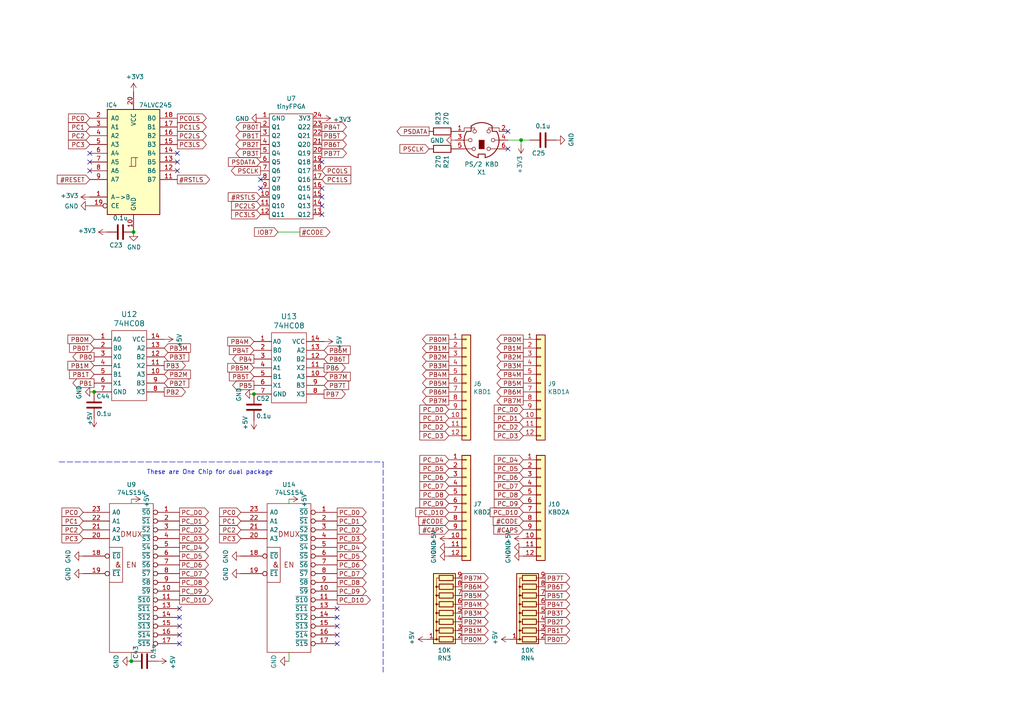
<source format=kicad_sch>
(kicad_sch (version 20211123) (generator eeschema)

  (uuid 7759bcaf-350b-4897-a675-aaf4fb3e75fe)

  (paper "A4")

  (title_block
    (title "RetroconT")
    (date "2020-01-01")
    (rev "v1.0")
    (comment 1 "Original Eagle Cad Version by Kevin Cho, ckevin@hanmail.net")
    (comment 2 "KiCAD by cloudree@naver.com")
    (comment 3 "for Tower Model")
  )

  (lib_symbols
    (symbol "74xx:74LS245" (pin_names (offset 1.016)) (in_bom yes) (on_board yes)
      (property "Reference" "U" (id 0) (at -7.62 16.51 0)
        (effects (font (size 1.27 1.27)))
      )
      (property "Value" "74LS245" (id 1) (at -7.62 -16.51 0)
        (effects (font (size 1.27 1.27)))
      )
      (property "Footprint" "" (id 2) (at 0 0 0)
        (effects (font (size 1.27 1.27)) hide)
      )
      (property "Datasheet" "http://www.ti.com/lit/gpn/sn74LS245" (id 3) (at 0 0 0)
        (effects (font (size 1.27 1.27)) hide)
      )
      (property "ki_locked" "" (id 4) (at 0 0 0)
        (effects (font (size 1.27 1.27)))
      )
      (property "ki_keywords" "TTL BUS 3State" (id 5) (at 0 0 0)
        (effects (font (size 1.27 1.27)) hide)
      )
      (property "ki_description" "Octal BUS Transceivers, 3-State outputs" (id 6) (at 0 0 0)
        (effects (font (size 1.27 1.27)) hide)
      )
      (property "ki_fp_filters" "DIP?20*" (id 7) (at 0 0 0)
        (effects (font (size 1.27 1.27)) hide)
      )
      (symbol "74LS245_1_0"
        (polyline
          (pts
            (xy -0.635 -1.27)
            (xy -0.635 1.27)
            (xy 0.635 1.27)
          )
          (stroke (width 0) (type default) (color 0 0 0 0))
          (fill (type none))
        )
        (polyline
          (pts
            (xy -1.27 -1.27)
            (xy 0.635 -1.27)
            (xy 0.635 1.27)
            (xy 1.27 1.27)
          )
          (stroke (width 0) (type default) (color 0 0 0 0))
          (fill (type none))
        )
        (pin input line (at -12.7 -10.16 0) (length 5.08)
          (name "A->B" (effects (font (size 1.27 1.27))))
          (number "1" (effects (font (size 1.27 1.27))))
        )
        (pin power_in line (at 0 -20.32 90) (length 5.08)
          (name "GND" (effects (font (size 1.27 1.27))))
          (number "10" (effects (font (size 1.27 1.27))))
        )
        (pin tri_state line (at 12.7 -5.08 180) (length 5.08)
          (name "B7" (effects (font (size 1.27 1.27))))
          (number "11" (effects (font (size 1.27 1.27))))
        )
        (pin tri_state line (at 12.7 -2.54 180) (length 5.08)
          (name "B6" (effects (font (size 1.27 1.27))))
          (number "12" (effects (font (size 1.27 1.27))))
        )
        (pin tri_state line (at 12.7 0 180) (length 5.08)
          (name "B5" (effects (font (size 1.27 1.27))))
          (number "13" (effects (font (size 1.27 1.27))))
        )
        (pin tri_state line (at 12.7 2.54 180) (length 5.08)
          (name "B4" (effects (font (size 1.27 1.27))))
          (number "14" (effects (font (size 1.27 1.27))))
        )
        (pin tri_state line (at 12.7 5.08 180) (length 5.08)
          (name "B3" (effects (font (size 1.27 1.27))))
          (number "15" (effects (font (size 1.27 1.27))))
        )
        (pin tri_state line (at 12.7 7.62 180) (length 5.08)
          (name "B2" (effects (font (size 1.27 1.27))))
          (number "16" (effects (font (size 1.27 1.27))))
        )
        (pin tri_state line (at 12.7 10.16 180) (length 5.08)
          (name "B1" (effects (font (size 1.27 1.27))))
          (number "17" (effects (font (size 1.27 1.27))))
        )
        (pin tri_state line (at 12.7 12.7 180) (length 5.08)
          (name "B0" (effects (font (size 1.27 1.27))))
          (number "18" (effects (font (size 1.27 1.27))))
        )
        (pin input inverted (at -12.7 -12.7 0) (length 5.08)
          (name "CE" (effects (font (size 1.27 1.27))))
          (number "19" (effects (font (size 1.27 1.27))))
        )
        (pin tri_state line (at -12.7 12.7 0) (length 5.08)
          (name "A0" (effects (font (size 1.27 1.27))))
          (number "2" (effects (font (size 1.27 1.27))))
        )
        (pin power_in line (at 0 20.32 270) (length 5.08)
          (name "VCC" (effects (font (size 1.27 1.27))))
          (number "20" (effects (font (size 1.27 1.27))))
        )
        (pin tri_state line (at -12.7 10.16 0) (length 5.08)
          (name "A1" (effects (font (size 1.27 1.27))))
          (number "3" (effects (font (size 1.27 1.27))))
        )
        (pin tri_state line (at -12.7 7.62 0) (length 5.08)
          (name "A2" (effects (font (size 1.27 1.27))))
          (number "4" (effects (font (size 1.27 1.27))))
        )
        (pin tri_state line (at -12.7 5.08 0) (length 5.08)
          (name "A3" (effects (font (size 1.27 1.27))))
          (number "5" (effects (font (size 1.27 1.27))))
        )
        (pin tri_state line (at -12.7 2.54 0) (length 5.08)
          (name "A4" (effects (font (size 1.27 1.27))))
          (number "6" (effects (font (size 1.27 1.27))))
        )
        (pin tri_state line (at -12.7 0 0) (length 5.08)
          (name "A5" (effects (font (size 1.27 1.27))))
          (number "7" (effects (font (size 1.27 1.27))))
        )
        (pin tri_state line (at -12.7 -2.54 0) (length 5.08)
          (name "A6" (effects (font (size 1.27 1.27))))
          (number "8" (effects (font (size 1.27 1.27))))
        )
        (pin tri_state line (at -12.7 -5.08 0) (length 5.08)
          (name "A7" (effects (font (size 1.27 1.27))))
          (number "9" (effects (font (size 1.27 1.27))))
        )
      )
      (symbol "74LS245_1_1"
        (rectangle (start -7.62 15.24) (end 7.62 -15.24)
          (stroke (width 0.254) (type default) (color 0 0 0 0))
          (fill (type background))
        )
      )
    )
    (symbol "74xx_IEEE:74154" (pin_names (offset 0.762)) (in_bom yes) (on_board yes)
      (property "Reference" "U" (id 0) (at 6.35 25.4 0)
        (effects (font (size 1.27 1.27)))
      )
      (property "Value" "74154" (id 1) (at 7.62 -21.59 0)
        (effects (font (size 1.27 1.27)))
      )
      (property "Footprint" "" (id 2) (at 0 0 0)
        (effects (font (size 1.27 1.27)) hide)
      )
      (property "Datasheet" "" (id 3) (at 0 0 0)
        (effects (font (size 1.27 1.27)) hide)
      )
      (symbol "74154_0_0"
        (rectangle (start -6.35 22.86) (end 6.35 -20.32)
          (stroke (width 0) (type default) (color 0 0 0 0))
          (fill (type none))
        )
        (polyline
          (pts
            (xy -6.35 10.16)
            (xy -2.54 10.16)
            (xy -2.54 0)
            (xy -6.35 0)
            (xy -6.35 0)
          )
          (stroke (width 0) (type default) (color 0 0 0 0))
          (fill (type none))
        )
        (text "&" (at -3.81 5.08 0)
          (effects (font (size 1.524 1.524)))
        )
        (text "DMUX" (at 0 13.97 0)
          (effects (font (size 1.524 1.524)))
        )
        (text "EN" (at 0 5.08 0)
          (effects (font (size 1.524 1.524)))
        )
        (pin power_in line (at 0 -20.32 90) (length 0) hide
          (name "GND" (effects (font (size 1.27 1.27))))
          (number "12" (effects (font (size 1.27 1.27))))
        )
        (pin power_in line (at 0 22.86 270) (length 0) hide
          (name "VCC" (effects (font (size 1.27 1.27))))
          (number "24" (effects (font (size 1.27 1.27))))
        )
      )
      (symbol "74154_1_1"
        (pin output inverted (at 13.97 20.32 180) (length 7.62)
          (name "~{S0}" (effects (font (size 1.27 1.27))))
          (number "1" (effects (font (size 1.27 1.27))))
        )
        (pin output inverted (at 13.97 -2.54 180) (length 7.62)
          (name "~{S9}" (effects (font (size 1.27 1.27))))
          (number "10" (effects (font (size 1.27 1.27))))
        )
        (pin output inverted (at 13.97 -5.08 180) (length 7.62)
          (name "~{S10}" (effects (font (size 1.27 1.27))))
          (number "11" (effects (font (size 1.27 1.27))))
        )
        (pin output inverted (at 13.97 -7.62 180) (length 7.62)
          (name "~{S11}" (effects (font (size 1.27 1.27))))
          (number "13" (effects (font (size 1.27 1.27))))
        )
        (pin output inverted (at 13.97 -10.16 180) (length 7.62)
          (name "~{S12}" (effects (font (size 1.27 1.27))))
          (number "14" (effects (font (size 1.27 1.27))))
        )
        (pin input inverted (at 13.97 -12.7 180) (length 7.62)
          (name "~{S13}" (effects (font (size 1.27 1.27))))
          (number "15" (effects (font (size 1.27 1.27))))
        )
        (pin output inverted (at 13.97 -15.24 180) (length 7.62)
          (name "~{S14}" (effects (font (size 1.27 1.27))))
          (number "16" (effects (font (size 1.27 1.27))))
        )
        (pin output inverted (at 13.97 -17.78 180) (length 7.62)
          (name "~{S15}" (effects (font (size 1.27 1.27))))
          (number "17" (effects (font (size 1.27 1.27))))
        )
        (pin input inverted (at -13.97 7.62 0) (length 7.62)
          (name "~{E0}" (effects (font (size 1.27 1.27))))
          (number "18" (effects (font (size 1.27 1.27))))
        )
        (pin input inverted (at -13.97 2.54 0) (length 7.62)
          (name "~{E1}" (effects (font (size 1.27 1.27))))
          (number "19" (effects (font (size 1.27 1.27))))
        )
        (pin output inverted (at 13.97 17.78 180) (length 7.62)
          (name "~{S1}" (effects (font (size 1.27 1.27))))
          (number "2" (effects (font (size 1.27 1.27))))
        )
        (pin input line (at -13.97 12.7 0) (length 7.62)
          (name "A3" (effects (font (size 1.27 1.27))))
          (number "20" (effects (font (size 1.27 1.27))))
        )
        (pin input line (at -13.97 15.24 0) (length 7.62)
          (name "A2" (effects (font (size 1.27 1.27))))
          (number "21" (effects (font (size 1.27 1.27))))
        )
        (pin input line (at -13.97 17.78 0) (length 7.62)
          (name "A1" (effects (font (size 1.27 1.27))))
          (number "22" (effects (font (size 1.27 1.27))))
        )
        (pin input line (at -13.97 20.32 0) (length 7.62)
          (name "A0" (effects (font (size 1.27 1.27))))
          (number "23" (effects (font (size 1.27 1.27))))
        )
        (pin output inverted (at 13.97 15.24 180) (length 7.62)
          (name "~{S2}" (effects (font (size 1.27 1.27))))
          (number "3" (effects (font (size 1.27 1.27))))
        )
        (pin output inverted (at 13.97 12.7 180) (length 7.62)
          (name "~{S3}" (effects (font (size 1.27 1.27))))
          (number "4" (effects (font (size 1.27 1.27))))
        )
        (pin output inverted (at 13.97 10.16 180) (length 7.62)
          (name "~{S4}" (effects (font (size 1.27 1.27))))
          (number "5" (effects (font (size 1.27 1.27))))
        )
        (pin output inverted (at 13.97 7.62 180) (length 7.62)
          (name "~{S5}" (effects (font (size 1.27 1.27))))
          (number "6" (effects (font (size 1.27 1.27))))
        )
        (pin output inverted (at 13.97 5.08 180) (length 7.62)
          (name "~{S6}" (effects (font (size 1.27 1.27))))
          (number "7" (effects (font (size 1.27 1.27))))
        )
        (pin output inverted (at 13.97 2.54 180) (length 7.62)
          (name "~{S7}" (effects (font (size 1.27 1.27))))
          (number "8" (effects (font (size 1.27 1.27))))
        )
        (pin output inverted (at 13.97 0 180) (length 7.62)
          (name "~{S8}" (effects (font (size 1.27 1.27))))
          (number "9" (effects (font (size 1.27 1.27))))
        )
      )
    )
    (symbol "Connector:Mini-DIN-6" (pin_names (offset 1.016)) (in_bom yes) (on_board yes)
      (property "Reference" "J" (id 0) (at 0 6.35 0)
        (effects (font (size 1.27 1.27)))
      )
      (property "Value" "Mini-DIN-6" (id 1) (at 0 -6.35 0)
        (effects (font (size 1.27 1.27)))
      )
      (property "Footprint" "" (id 2) (at 0 0 0)
        (effects (font (size 1.27 1.27)) hide)
      )
      (property "Datasheet" "http://service.powerdynamics.com/ec/Catalog17/Section%2011.pdf" (id 3) (at 0 0 0)
        (effects (font (size 1.27 1.27)) hide)
      )
      (property "ki_keywords" "Mini-DIN" (id 4) (at 0 0 0)
        (effects (font (size 1.27 1.27)) hide)
      )
      (property "ki_description" "6-pin Mini-DIN connector" (id 5) (at 0 0 0)
        (effects (font (size 1.27 1.27)) hide)
      )
      (property "ki_fp_filters" "MINI?DIN*" (id 6) (at 0 0 0)
        (effects (font (size 1.27 1.27)) hide)
      )
      (symbol "Mini-DIN-6_0_1"
        (circle (center -3.302 0) (radius 0.508)
          (stroke (width 0) (type default) (color 0 0 0 0))
          (fill (type none))
        )
        (arc (start -3.048 -4.064) (mid 0 -5.08) (end 3.048 -4.064)
          (stroke (width 0.254) (type default) (color 0 0 0 0))
          (fill (type none))
        )
        (circle (center -2.032 -2.54) (radius 0.508)
          (stroke (width 0) (type default) (color 0 0 0 0))
          (fill (type none))
        )
        (circle (center -2.032 2.54) (radius 0.508)
          (stroke (width 0) (type default) (color 0 0 0 0))
          (fill (type none))
        )
        (arc (start -1.016 5.08) (mid -4.6243 2.1182) (end -4.318 -2.54)
          (stroke (width 0.254) (type default) (color 0 0 0 0))
          (fill (type none))
        )
        (rectangle (start -0.762 2.54) (end 0.762 0)
          (stroke (width 0) (type default) (color 0 0 0 0))
          (fill (type outline))
        )
        (polyline
          (pts
            (xy -3.81 0)
            (xy -5.08 0)
          )
          (stroke (width 0) (type default) (color 0 0 0 0))
          (fill (type none))
        )
        (polyline
          (pts
            (xy -2.54 2.54)
            (xy -5.08 2.54)
          )
          (stroke (width 0) (type default) (color 0 0 0 0))
          (fill (type none))
        )
        (polyline
          (pts
            (xy 2.794 2.54)
            (xy 5.08 2.54)
          )
          (stroke (width 0) (type default) (color 0 0 0 0))
          (fill (type none))
        )
        (polyline
          (pts
            (xy 5.08 0)
            (xy 3.81 0)
          )
          (stroke (width 0) (type default) (color 0 0 0 0))
          (fill (type none))
        )
        (polyline
          (pts
            (xy -4.318 -2.54)
            (xy -3.048 -2.54)
            (xy -3.048 -4.064)
          )
          (stroke (width 0.254) (type default) (color 0 0 0 0))
          (fill (type none))
        )
        (polyline
          (pts
            (xy 4.318 -2.54)
            (xy 3.048 -2.54)
            (xy 3.048 -4.064)
          )
          (stroke (width 0.254) (type default) (color 0 0 0 0))
          (fill (type none))
        )
        (polyline
          (pts
            (xy -2.032 -3.048)
            (xy -2.032 -3.556)
            (xy -5.08 -3.556)
            (xy -5.08 -2.54)
          )
          (stroke (width 0) (type default) (color 0 0 0 0))
          (fill (type none))
        )
        (polyline
          (pts
            (xy -1.016 5.08)
            (xy -1.016 4.064)
            (xy 1.016 4.064)
            (xy 1.016 5.08)
          )
          (stroke (width 0.254) (type default) (color 0 0 0 0))
          (fill (type none))
        )
        (polyline
          (pts
            (xy 2.032 -3.048)
            (xy 2.032 -3.556)
            (xy 5.08 -3.556)
            (xy 5.08 -2.54)
          )
          (stroke (width 0) (type default) (color 0 0 0 0))
          (fill (type none))
        )
        (circle (center 2.032 -2.54) (radius 0.508)
          (stroke (width 0) (type default) (color 0 0 0 0))
          (fill (type none))
        )
        (circle (center 2.286 2.54) (radius 0.508)
          (stroke (width 0) (type default) (color 0 0 0 0))
          (fill (type none))
        )
        (circle (center 3.302 0) (radius 0.508)
          (stroke (width 0) (type default) (color 0 0 0 0))
          (fill (type none))
        )
        (arc (start 4.318 -2.54) (mid 4.6646 2.1357) (end 1.016 5.08)
          (stroke (width 0.254) (type default) (color 0 0 0 0))
          (fill (type none))
        )
      )
      (symbol "Mini-DIN-6_1_1"
        (pin passive line (at 7.62 -2.54 180) (length 2.54)
          (name "~" (effects (font (size 1.27 1.27))))
          (number "1" (effects (font (size 1.27 1.27))))
        )
        (pin passive line (at -7.62 -2.54 0) (length 2.54)
          (name "~" (effects (font (size 1.27 1.27))))
          (number "2" (effects (font (size 1.27 1.27))))
        )
        (pin passive line (at 7.62 0 180) (length 2.54)
          (name "~" (effects (font (size 1.27 1.27))))
          (number "3" (effects (font (size 1.27 1.27))))
        )
        (pin passive line (at -7.62 0 0) (length 2.54)
          (name "~" (effects (font (size 1.27 1.27))))
          (number "4" (effects (font (size 1.27 1.27))))
        )
        (pin passive line (at 7.62 2.54 180) (length 2.54)
          (name "~" (effects (font (size 1.27 1.27))))
          (number "5" (effects (font (size 1.27 1.27))))
        )
        (pin passive line (at -7.62 2.54 0) (length 2.54)
          (name "~" (effects (font (size 1.27 1.27))))
          (number "6" (effects (font (size 1.27 1.27))))
        )
      )
    )
    (symbol "Connector_Generic:Conn_01x12" (pin_names (offset 1.016) hide) (in_bom yes) (on_board yes)
      (property "Reference" "J" (id 0) (at 0 15.24 0)
        (effects (font (size 1.27 1.27)))
      )
      (property "Value" "Conn_01x12" (id 1) (at 0 -17.78 0)
        (effects (font (size 1.27 1.27)))
      )
      (property "Footprint" "" (id 2) (at 0 0 0)
        (effects (font (size 1.27 1.27)) hide)
      )
      (property "Datasheet" "~" (id 3) (at 0 0 0)
        (effects (font (size 1.27 1.27)) hide)
      )
      (property "ki_keywords" "connector" (id 4) (at 0 0 0)
        (effects (font (size 1.27 1.27)) hide)
      )
      (property "ki_description" "Generic connector, single row, 01x12, script generated (kicad-library-utils/schlib/autogen/connector/)" (id 5) (at 0 0 0)
        (effects (font (size 1.27 1.27)) hide)
      )
      (property "ki_fp_filters" "Connector*:*_1x??_*" (id 6) (at 0 0 0)
        (effects (font (size 1.27 1.27)) hide)
      )
      (symbol "Conn_01x12_1_1"
        (rectangle (start -1.27 -15.113) (end 0 -15.367)
          (stroke (width 0.1524) (type default) (color 0 0 0 0))
          (fill (type none))
        )
        (rectangle (start -1.27 -12.573) (end 0 -12.827)
          (stroke (width 0.1524) (type default) (color 0 0 0 0))
          (fill (type none))
        )
        (rectangle (start -1.27 -10.033) (end 0 -10.287)
          (stroke (width 0.1524) (type default) (color 0 0 0 0))
          (fill (type none))
        )
        (rectangle (start -1.27 -7.493) (end 0 -7.747)
          (stroke (width 0.1524) (type default) (color 0 0 0 0))
          (fill (type none))
        )
        (rectangle (start -1.27 -4.953) (end 0 -5.207)
          (stroke (width 0.1524) (type default) (color 0 0 0 0))
          (fill (type none))
        )
        (rectangle (start -1.27 -2.413) (end 0 -2.667)
          (stroke (width 0.1524) (type default) (color 0 0 0 0))
          (fill (type none))
        )
        (rectangle (start -1.27 0.127) (end 0 -0.127)
          (stroke (width 0.1524) (type default) (color 0 0 0 0))
          (fill (type none))
        )
        (rectangle (start -1.27 2.667) (end 0 2.413)
          (stroke (width 0.1524) (type default) (color 0 0 0 0))
          (fill (type none))
        )
        (rectangle (start -1.27 5.207) (end 0 4.953)
          (stroke (width 0.1524) (type default) (color 0 0 0 0))
          (fill (type none))
        )
        (rectangle (start -1.27 7.747) (end 0 7.493)
          (stroke (width 0.1524) (type default) (color 0 0 0 0))
          (fill (type none))
        )
        (rectangle (start -1.27 10.287) (end 0 10.033)
          (stroke (width 0.1524) (type default) (color 0 0 0 0))
          (fill (type none))
        )
        (rectangle (start -1.27 12.827) (end 0 12.573)
          (stroke (width 0.1524) (type default) (color 0 0 0 0))
          (fill (type none))
        )
        (rectangle (start -1.27 13.97) (end 1.27 -16.51)
          (stroke (width 0.254) (type default) (color 0 0 0 0))
          (fill (type background))
        )
        (pin passive line (at -5.08 12.7 0) (length 3.81)
          (name "Pin_1" (effects (font (size 1.27 1.27))))
          (number "1" (effects (font (size 1.27 1.27))))
        )
        (pin passive line (at -5.08 -10.16 0) (length 3.81)
          (name "Pin_10" (effects (font (size 1.27 1.27))))
          (number "10" (effects (font (size 1.27 1.27))))
        )
        (pin passive line (at -5.08 -12.7 0) (length 3.81)
          (name "Pin_11" (effects (font (size 1.27 1.27))))
          (number "11" (effects (font (size 1.27 1.27))))
        )
        (pin passive line (at -5.08 -15.24 0) (length 3.81)
          (name "Pin_12" (effects (font (size 1.27 1.27))))
          (number "12" (effects (font (size 1.27 1.27))))
        )
        (pin passive line (at -5.08 10.16 0) (length 3.81)
          (name "Pin_2" (effects (font (size 1.27 1.27))))
          (number "2" (effects (font (size 1.27 1.27))))
        )
        (pin passive line (at -5.08 7.62 0) (length 3.81)
          (name "Pin_3" (effects (font (size 1.27 1.27))))
          (number "3" (effects (font (size 1.27 1.27))))
        )
        (pin passive line (at -5.08 5.08 0) (length 3.81)
          (name "Pin_4" (effects (font (size 1.27 1.27))))
          (number "4" (effects (font (size 1.27 1.27))))
        )
        (pin passive line (at -5.08 2.54 0) (length 3.81)
          (name "Pin_5" (effects (font (size 1.27 1.27))))
          (number "5" (effects (font (size 1.27 1.27))))
        )
        (pin passive line (at -5.08 0 0) (length 3.81)
          (name "Pin_6" (effects (font (size 1.27 1.27))))
          (number "6" (effects (font (size 1.27 1.27))))
        )
        (pin passive line (at -5.08 -2.54 0) (length 3.81)
          (name "Pin_7" (effects (font (size 1.27 1.27))))
          (number "7" (effects (font (size 1.27 1.27))))
        )
        (pin passive line (at -5.08 -5.08 0) (length 3.81)
          (name "Pin_8" (effects (font (size 1.27 1.27))))
          (number "8" (effects (font (size 1.27 1.27))))
        )
        (pin passive line (at -5.08 -7.62 0) (length 3.81)
          (name "Pin_9" (effects (font (size 1.27 1.27))))
          (number "9" (effects (font (size 1.27 1.27))))
        )
      )
    )
    (symbol "Device:C" (pin_numbers hide) (pin_names (offset 0.254)) (in_bom yes) (on_board yes)
      (property "Reference" "C" (id 0) (at 0.635 2.54 0)
        (effects (font (size 1.27 1.27)) (justify left))
      )
      (property "Value" "C" (id 1) (at 0.635 -2.54 0)
        (effects (font (size 1.27 1.27)) (justify left))
      )
      (property "Footprint" "" (id 2) (at 0.9652 -3.81 0)
        (effects (font (size 1.27 1.27)) hide)
      )
      (property "Datasheet" "~" (id 3) (at 0 0 0)
        (effects (font (size 1.27 1.27)) hide)
      )
      (property "ki_keywords" "cap capacitor" (id 4) (at 0 0 0)
        (effects (font (size 1.27 1.27)) hide)
      )
      (property "ki_description" "Unpolarized capacitor" (id 5) (at 0 0 0)
        (effects (font (size 1.27 1.27)) hide)
      )
      (property "ki_fp_filters" "C_*" (id 6) (at 0 0 0)
        (effects (font (size 1.27 1.27)) hide)
      )
      (symbol "C_0_1"
        (polyline
          (pts
            (xy -2.032 -0.762)
            (xy 2.032 -0.762)
          )
          (stroke (width 0.508) (type default) (color 0 0 0 0))
          (fill (type none))
        )
        (polyline
          (pts
            (xy -2.032 0.762)
            (xy 2.032 0.762)
          )
          (stroke (width 0.508) (type default) (color 0 0 0 0))
          (fill (type none))
        )
      )
      (symbol "C_1_1"
        (pin passive line (at 0 3.81 270) (length 2.794)
          (name "~" (effects (font (size 1.27 1.27))))
          (number "1" (effects (font (size 1.27 1.27))))
        )
        (pin passive line (at 0 -3.81 90) (length 2.794)
          (name "~" (effects (font (size 1.27 1.27))))
          (number "2" (effects (font (size 1.27 1.27))))
        )
      )
    )
    (symbol "Device:R" (pin_numbers hide) (pin_names (offset 0)) (in_bom yes) (on_board yes)
      (property "Reference" "R" (id 0) (at 2.032 0 90)
        (effects (font (size 1.27 1.27)))
      )
      (property "Value" "R" (id 1) (at 0 0 90)
        (effects (font (size 1.27 1.27)))
      )
      (property "Footprint" "" (id 2) (at -1.778 0 90)
        (effects (font (size 1.27 1.27)) hide)
      )
      (property "Datasheet" "~" (id 3) (at 0 0 0)
        (effects (font (size 1.27 1.27)) hide)
      )
      (property "ki_keywords" "R res resistor" (id 4) (at 0 0 0)
        (effects (font (size 1.27 1.27)) hide)
      )
      (property "ki_description" "Resistor" (id 5) (at 0 0 0)
        (effects (font (size 1.27 1.27)) hide)
      )
      (property "ki_fp_filters" "R_*" (id 6) (at 0 0 0)
        (effects (font (size 1.27 1.27)) hide)
      )
      (symbol "R_0_1"
        (rectangle (start -1.016 -2.54) (end 1.016 2.54)
          (stroke (width 0.254) (type default) (color 0 0 0 0))
          (fill (type none))
        )
      )
      (symbol "R_1_1"
        (pin passive line (at 0 3.81 270) (length 1.27)
          (name "~" (effects (font (size 1.27 1.27))))
          (number "1" (effects (font (size 1.27 1.27))))
        )
        (pin passive line (at 0 -3.81 90) (length 1.27)
          (name "~" (effects (font (size 1.27 1.27))))
          (number "2" (effects (font (size 1.27 1.27))))
        )
      )
    )
    (symbol "Device:R_Network08" (pin_names (offset 0) hide) (in_bom yes) (on_board yes)
      (property "Reference" "RN" (id 0) (at -12.7 0 90)
        (effects (font (size 1.27 1.27)))
      )
      (property "Value" "R_Network08" (id 1) (at 10.16 0 90)
        (effects (font (size 1.27 1.27)))
      )
      (property "Footprint" "Resistor_THT:R_Array_SIP9" (id 2) (at 12.065 0 90)
        (effects (font (size 1.27 1.27)) hide)
      )
      (property "Datasheet" "http://www.vishay.com/docs/31509/csc.pdf" (id 3) (at 0 0 0)
        (effects (font (size 1.27 1.27)) hide)
      )
      (property "ki_keywords" "R network star-topology" (id 4) (at 0 0 0)
        (effects (font (size 1.27 1.27)) hide)
      )
      (property "ki_description" "8 resistor network, star topology, bussed resistors, small symbol" (id 5) (at 0 0 0)
        (effects (font (size 1.27 1.27)) hide)
      )
      (property "ki_fp_filters" "R?Array?SIP*" (id 6) (at 0 0 0)
        (effects (font (size 1.27 1.27)) hide)
      )
      (symbol "R_Network08_0_1"
        (rectangle (start -11.43 -3.175) (end 8.89 3.175)
          (stroke (width 0.254) (type default) (color 0 0 0 0))
          (fill (type background))
        )
        (rectangle (start -10.922 1.524) (end -9.398 -2.54)
          (stroke (width 0.254) (type default) (color 0 0 0 0))
          (fill (type none))
        )
        (circle (center -10.16 2.286) (radius 0.254)
          (stroke (width 0) (type default) (color 0 0 0 0))
          (fill (type outline))
        )
        (rectangle (start -8.382 1.524) (end -6.858 -2.54)
          (stroke (width 0.254) (type default) (color 0 0 0 0))
          (fill (type none))
        )
        (circle (center -7.62 2.286) (radius 0.254)
          (stroke (width 0) (type default) (color 0 0 0 0))
          (fill (type outline))
        )
        (rectangle (start -5.842 1.524) (end -4.318 -2.54)
          (stroke (width 0.254) (type default) (color 0 0 0 0))
          (fill (type none))
        )
        (circle (center -5.08 2.286) (radius 0.254)
          (stroke (width 0) (type default) (color 0 0 0 0))
          (fill (type outline))
        )
        (rectangle (start -3.302 1.524) (end -1.778 -2.54)
          (stroke (width 0.254) (type default) (color 0 0 0 0))
          (fill (type none))
        )
        (circle (center -2.54 2.286) (radius 0.254)
          (stroke (width 0) (type default) (color 0 0 0 0))
          (fill (type outline))
        )
        (rectangle (start -0.762 1.524) (end 0.762 -2.54)
          (stroke (width 0.254) (type default) (color 0 0 0 0))
          (fill (type none))
        )
        (polyline
          (pts
            (xy -10.16 -2.54)
            (xy -10.16 -3.81)
          )
          (stroke (width 0) (type default) (color 0 0 0 0))
          (fill (type none))
        )
        (polyline
          (pts
            (xy -7.62 -2.54)
            (xy -7.62 -3.81)
          )
          (stroke (width 0) (type default) (color 0 0 0 0))
          (fill (type none))
        )
        (polyline
          (pts
            (xy -5.08 -2.54)
            (xy -5.08 -3.81)
          )
          (stroke (width 0) (type default) (color 0 0 0 0))
          (fill (type none))
        )
        (polyline
          (pts
            (xy -2.54 -2.54)
            (xy -2.54 -3.81)
          )
          (stroke (width 0) (type default) (color 0 0 0 0))
          (fill (type none))
        )
        (polyline
          (pts
            (xy 0 -2.54)
            (xy 0 -3.81)
          )
          (stroke (width 0) (type default) (color 0 0 0 0))
          (fill (type none))
        )
        (polyline
          (pts
            (xy 2.54 -2.54)
            (xy 2.54 -3.81)
          )
          (stroke (width 0) (type default) (color 0 0 0 0))
          (fill (type none))
        )
        (polyline
          (pts
            (xy 5.08 -2.54)
            (xy 5.08 -3.81)
          )
          (stroke (width 0) (type default) (color 0 0 0 0))
          (fill (type none))
        )
        (polyline
          (pts
            (xy 7.62 -2.54)
            (xy 7.62 -3.81)
          )
          (stroke (width 0) (type default) (color 0 0 0 0))
          (fill (type none))
        )
        (polyline
          (pts
            (xy -10.16 1.524)
            (xy -10.16 2.286)
            (xy -7.62 2.286)
            (xy -7.62 1.524)
          )
          (stroke (width 0) (type default) (color 0 0 0 0))
          (fill (type none))
        )
        (polyline
          (pts
            (xy -7.62 1.524)
            (xy -7.62 2.286)
            (xy -5.08 2.286)
            (xy -5.08 1.524)
          )
          (stroke (width 0) (type default) (color 0 0 0 0))
          (fill (type none))
        )
        (polyline
          (pts
            (xy -5.08 1.524)
            (xy -5.08 2.286)
            (xy -2.54 2.286)
            (xy -2.54 1.524)
          )
          (stroke (width 0) (type default) (color 0 0 0 0))
          (fill (type none))
        )
        (polyline
          (pts
            (xy -2.54 1.524)
            (xy -2.54 2.286)
            (xy 0 2.286)
            (xy 0 1.524)
          )
          (stroke (width 0) (type default) (color 0 0 0 0))
          (fill (type none))
        )
        (polyline
          (pts
            (xy 0 1.524)
            (xy 0 2.286)
            (xy 2.54 2.286)
            (xy 2.54 1.524)
          )
          (stroke (width 0) (type default) (color 0 0 0 0))
          (fill (type none))
        )
        (polyline
          (pts
            (xy 2.54 1.524)
            (xy 2.54 2.286)
            (xy 5.08 2.286)
            (xy 5.08 1.524)
          )
          (stroke (width 0) (type default) (color 0 0 0 0))
          (fill (type none))
        )
        (polyline
          (pts
            (xy 5.08 1.524)
            (xy 5.08 2.286)
            (xy 7.62 2.286)
            (xy 7.62 1.524)
          )
          (stroke (width 0) (type default) (color 0 0 0 0))
          (fill (type none))
        )
        (circle (center 0 2.286) (radius 0.254)
          (stroke (width 0) (type default) (color 0 0 0 0))
          (fill (type outline))
        )
        (rectangle (start 1.778 1.524) (end 3.302 -2.54)
          (stroke (width 0.254) (type default) (color 0 0 0 0))
          (fill (type none))
        )
        (circle (center 2.54 2.286) (radius 0.254)
          (stroke (width 0) (type default) (color 0 0 0 0))
          (fill (type outline))
        )
        (rectangle (start 4.318 1.524) (end 5.842 -2.54)
          (stroke (width 0.254) (type default) (color 0 0 0 0))
          (fill (type none))
        )
        (circle (center 5.08 2.286) (radius 0.254)
          (stroke (width 0) (type default) (color 0 0 0 0))
          (fill (type outline))
        )
        (rectangle (start 6.858 1.524) (end 8.382 -2.54)
          (stroke (width 0.254) (type default) (color 0 0 0 0))
          (fill (type none))
        )
      )
      (symbol "R_Network08_1_1"
        (pin passive line (at -10.16 5.08 270) (length 2.54)
          (name "common" (effects (font (size 1.27 1.27))))
          (number "1" (effects (font (size 1.27 1.27))))
        )
        (pin passive line (at -10.16 -5.08 90) (length 1.27)
          (name "R1" (effects (font (size 1.27 1.27))))
          (number "2" (effects (font (size 1.27 1.27))))
        )
        (pin passive line (at -7.62 -5.08 90) (length 1.27)
          (name "R2" (effects (font (size 1.27 1.27))))
          (number "3" (effects (font (size 1.27 1.27))))
        )
        (pin passive line (at -5.08 -5.08 90) (length 1.27)
          (name "R3" (effects (font (size 1.27 1.27))))
          (number "4" (effects (font (size 1.27 1.27))))
        )
        (pin passive line (at -2.54 -5.08 90) (length 1.27)
          (name "R4" (effects (font (size 1.27 1.27))))
          (number "5" (effects (font (size 1.27 1.27))))
        )
        (pin passive line (at 0 -5.08 90) (length 1.27)
          (name "R5" (effects (font (size 1.27 1.27))))
          (number "6" (effects (font (size 1.27 1.27))))
        )
        (pin passive line (at 2.54 -5.08 90) (length 1.27)
          (name "R6" (effects (font (size 1.27 1.27))))
          (number "7" (effects (font (size 1.27 1.27))))
        )
        (pin passive line (at 5.08 -5.08 90) (length 1.27)
          (name "R7" (effects (font (size 1.27 1.27))))
          (number "8" (effects (font (size 1.27 1.27))))
        )
        (pin passive line (at 7.62 -5.08 90) (length 1.27)
          (name "R8" (effects (font (size 1.27 1.27))))
          (number "9" (effects (font (size 1.27 1.27))))
        )
      )
    )
    (symbol "RetroConT-rescue:tinyFPGA-cloudree_cpld" (pin_names (offset 0.6096)) (in_bom yes) (on_board yes)
      (property "Reference" "U" (id 0) (at 0 20.32 0)
        (effects (font (size 1.27 1.27)))
      )
      (property "Value" "tinyFPGA-cloudree_cpld" (id 1) (at 0 22.86 0)
        (effects (font (size 1.27 1.27)))
      )
      (property "Footprint" "" (id 2) (at 0 15.24 0)
        (effects (font (size 1.27 1.27)) hide)
      )
      (property "Datasheet" "" (id 3) (at 0 15.24 0)
        (effects (font (size 1.27 1.27)) hide)
      )
      (symbol "tinyFPGA-cloudree_cpld_0_1"
        (rectangle (start -6.35 19.05) (end 6.35 -11.43)
          (stroke (width 0) (type default) (color 0 0 0 0))
          (fill (type none))
        )
      )
      (symbol "tinyFPGA-cloudree_cpld_1_1"
        (pin power_in line (at -8.89 17.78 0) (length 2.54)
          (name "GND" (effects (font (size 1.27 1.27))))
          (number "1" (effects (font (size 1.27 1.27))))
        )
        (pin bidirectional line (at -8.89 -5.08 0) (length 2.54)
          (name "Q9" (effects (font (size 1.27 1.27))))
          (number "10" (effects (font (size 1.27 1.27))))
        )
        (pin bidirectional line (at -8.89 -7.62 0) (length 2.54)
          (name "Q10" (effects (font (size 1.27 1.27))))
          (number "11" (effects (font (size 1.27 1.27))))
        )
        (pin bidirectional line (at -8.89 -10.16 0) (length 2.54)
          (name "Q11" (effects (font (size 1.27 1.27))))
          (number "12" (effects (font (size 1.27 1.27))))
        )
        (pin bidirectional line (at 8.89 -10.16 180) (length 2.54)
          (name "Q12" (effects (font (size 1.27 1.27))))
          (number "13" (effects (font (size 1.27 1.27))))
        )
        (pin bidirectional line (at 8.89 -7.62 180) (length 2.54)
          (name "Q13" (effects (font (size 1.27 1.27))))
          (number "14" (effects (font (size 1.27 1.27))))
        )
        (pin bidirectional line (at 8.89 -5.08 180) (length 2.54)
          (name "Q14" (effects (font (size 1.27 1.27))))
          (number "15" (effects (font (size 1.27 1.27))))
        )
        (pin bidirectional line (at 8.89 -2.54 180) (length 2.54)
          (name "Q15" (effects (font (size 1.27 1.27))))
          (number "16" (effects (font (size 1.27 1.27))))
        )
        (pin bidirectional line (at 8.89 0 180) (length 2.54)
          (name "Q16" (effects (font (size 1.27 1.27))))
          (number "17" (effects (font (size 1.27 1.27))))
        )
        (pin bidirectional line (at 8.89 2.54 180) (length 2.54)
          (name "Q17" (effects (font (size 1.27 1.27))))
          (number "18" (effects (font (size 1.27 1.27))))
        )
        (pin bidirectional line (at 8.89 5.08 180) (length 2.54)
          (name "Q18" (effects (font (size 1.27 1.27))))
          (number "19" (effects (font (size 1.27 1.27))))
        )
        (pin bidirectional line (at -8.89 15.24 0) (length 2.54)
          (name "Q1" (effects (font (size 1.27 1.27))))
          (number "2" (effects (font (size 1.27 1.27))))
        )
        (pin bidirectional line (at 8.89 7.62 180) (length 2.54)
          (name "Q19" (effects (font (size 1.27 1.27))))
          (number "20" (effects (font (size 1.27 1.27))))
        )
        (pin bidirectional line (at 8.89 10.16 180) (length 2.54)
          (name "Q20" (effects (font (size 1.27 1.27))))
          (number "21" (effects (font (size 1.27 1.27))))
        )
        (pin bidirectional line (at 8.89 12.7 180) (length 2.54)
          (name "Q21" (effects (font (size 1.27 1.27))))
          (number "22" (effects (font (size 1.27 1.27))))
        )
        (pin bidirectional line (at 8.89 15.24 180) (length 2.54)
          (name "Q22" (effects (font (size 1.27 1.27))))
          (number "23" (effects (font (size 1.27 1.27))))
        )
        (pin power_in line (at 8.89 17.78 180) (length 2.54)
          (name "3V3" (effects (font (size 1.27 1.27))))
          (number "24" (effects (font (size 1.27 1.27))))
        )
        (pin bidirectional line (at -8.89 12.7 0) (length 2.54)
          (name "Q2" (effects (font (size 1.27 1.27))))
          (number "3" (effects (font (size 1.27 1.27))))
        )
        (pin bidirectional line (at -8.89 10.16 0) (length 2.54)
          (name "Q3" (effects (font (size 1.27 1.27))))
          (number "4" (effects (font (size 1.27 1.27))))
        )
        (pin bidirectional line (at -8.89 7.62 0) (length 2.54)
          (name "Q4" (effects (font (size 1.27 1.27))))
          (number "5" (effects (font (size 1.27 1.27))))
        )
        (pin bidirectional line (at -8.89 5.08 0) (length 2.54)
          (name "Q5" (effects (font (size 1.27 1.27))))
          (number "6" (effects (font (size 1.27 1.27))))
        )
        (pin bidirectional line (at -8.89 2.54 0) (length 2.54)
          (name "Q6" (effects (font (size 1.27 1.27))))
          (number "7" (effects (font (size 1.27 1.27))))
        )
        (pin bidirectional line (at -8.89 0 0) (length 2.54)
          (name "Q7" (effects (font (size 1.27 1.27))))
          (number "8" (effects (font (size 1.27 1.27))))
        )
        (pin bidirectional line (at -8.89 -2.54 0) (length 2.54)
          (name "Q8" (effects (font (size 1.27 1.27))))
          (number "9" (effects (font (size 1.27 1.27))))
        )
      )
    )
    (symbol "cloudree_gate:74HCT08" (pin_names (offset 0.3556)) (in_bom yes) (on_board yes)
      (property "Reference" "U" (id 0) (at 3.81 12.7 0)
        (effects (font (size 1.524 1.524)))
      )
      (property "Value" "74HCT08" (id 1) (at -5.08 12.7 0)
        (effects (font (size 1.524 1.524)))
      )
      (property "Footprint" "" (id 2) (at 0 0 0)
        (effects (font (size 1.524 1.524)) hide)
      )
      (property "Datasheet" "" (id 3) (at 0 0 0)
        (effects (font (size 1.524 1.524)) hide)
      )
      (symbol "74HCT08_0_1"
        (rectangle (start -5.08 10.16) (end 5.08 -10.16)
          (stroke (width 0) (type default) (color 0 0 0 0))
          (fill (type none))
        )
      )
      (symbol "74HCT08_1_1"
        (pin input line (at -10.16 7.62 0) (length 5.08)
          (name "A0" (effects (font (size 1.27 1.27))))
          (number "1" (effects (font (size 1.27 1.27))))
        )
        (pin input line (at 10.16 -2.54 180) (length 5.08)
          (name "A3" (effects (font (size 1.27 1.27))))
          (number "10" (effects (font (size 1.27 1.27))))
        )
        (pin input line (at 10.16 0 180) (length 5.08)
          (name "X2" (effects (font (size 1.27 1.27))))
          (number "11" (effects (font (size 1.27 1.27))))
        )
        (pin input line (at 10.16 2.54 180) (length 5.08)
          (name "B2" (effects (font (size 1.27 1.27))))
          (number "12" (effects (font (size 1.27 1.27))))
        )
        (pin input line (at 10.16 5.08 180) (length 5.08)
          (name "A2" (effects (font (size 1.27 1.27))))
          (number "13" (effects (font (size 1.27 1.27))))
        )
        (pin input line (at 10.16 7.62 180) (length 5.08)
          (name "VCC" (effects (font (size 1.27 1.27))))
          (number "14" (effects (font (size 1.27 1.27))))
        )
        (pin input line (at -10.16 5.08 0) (length 5.08)
          (name "B0" (effects (font (size 1.27 1.27))))
          (number "2" (effects (font (size 1.27 1.27))))
        )
        (pin input line (at -10.16 2.54 0) (length 5.08)
          (name "X0" (effects (font (size 1.27 1.27))))
          (number "3" (effects (font (size 1.27 1.27))))
        )
        (pin input line (at -10.16 0 0) (length 5.08)
          (name "A1" (effects (font (size 1.27 1.27))))
          (number "4" (effects (font (size 1.27 1.27))))
        )
        (pin input line (at -10.16 -2.54 0) (length 5.08)
          (name "B1" (effects (font (size 1.27 1.27))))
          (number "5" (effects (font (size 1.27 1.27))))
        )
        (pin input line (at -10.16 -5.08 0) (length 5.08)
          (name "X1" (effects (font (size 1.27 1.27))))
          (number "6" (effects (font (size 1.27 1.27))))
        )
        (pin input line (at -10.16 -7.62 0) (length 5.08)
          (name "GND" (effects (font (size 1.27 1.27))))
          (number "7" (effects (font (size 1.27 1.27))))
        )
        (pin input line (at 10.16 -7.62 180) (length 5.08)
          (name "X3" (effects (font (size 1.27 1.27))))
          (number "8" (effects (font (size 1.27 1.27))))
        )
        (pin input line (at 10.16 -5.08 180) (length 5.08)
          (name "B3" (effects (font (size 1.27 1.27))))
          (number "9" (effects (font (size 1.27 1.27))))
        )
      )
    )
    (symbol "power:+3.3V" (power) (pin_names (offset 0)) (in_bom yes) (on_board yes)
      (property "Reference" "#PWR" (id 0) (at 0 -3.81 0)
        (effects (font (size 1.27 1.27)) hide)
      )
      (property "Value" "+3.3V" (id 1) (at 0 3.556 0)
        (effects (font (size 1.27 1.27)))
      )
      (property "Footprint" "" (id 2) (at 0 0 0)
        (effects (font (size 1.27 1.27)) hide)
      )
      (property "Datasheet" "" (id 3) (at 0 0 0)
        (effects (font (size 1.27 1.27)) hide)
      )
      (property "ki_keywords" "power-flag" (id 4) (at 0 0 0)
        (effects (font (size 1.27 1.27)) hide)
      )
      (property "ki_description" "Power symbol creates a global label with name \"+3.3V\"" (id 5) (at 0 0 0)
        (effects (font (size 1.27 1.27)) hide)
      )
      (symbol "+3.3V_0_1"
        (polyline
          (pts
            (xy -0.762 1.27)
            (xy 0 2.54)
          )
          (stroke (width 0) (type default) (color 0 0 0 0))
          (fill (type none))
        )
        (polyline
          (pts
            (xy 0 0)
            (xy 0 2.54)
          )
          (stroke (width 0) (type default) (color 0 0 0 0))
          (fill (type none))
        )
        (polyline
          (pts
            (xy 0 2.54)
            (xy 0.762 1.27)
          )
          (stroke (width 0) (type default) (color 0 0 0 0))
          (fill (type none))
        )
      )
      (symbol "+3.3V_1_1"
        (pin power_in line (at 0 0 90) (length 0) hide
          (name "+3V3" (effects (font (size 1.27 1.27))))
          (number "1" (effects (font (size 1.27 1.27))))
        )
      )
    )
    (symbol "power:+5V" (power) (pin_names (offset 0)) (in_bom yes) (on_board yes)
      (property "Reference" "#PWR" (id 0) (at 0 -3.81 0)
        (effects (font (size 1.27 1.27)) hide)
      )
      (property "Value" "+5V" (id 1) (at 0 3.556 0)
        (effects (font (size 1.27 1.27)))
      )
      (property "Footprint" "" (id 2) (at 0 0 0)
        (effects (font (size 1.27 1.27)) hide)
      )
      (property "Datasheet" "" (id 3) (at 0 0 0)
        (effects (font (size 1.27 1.27)) hide)
      )
      (property "ki_keywords" "power-flag" (id 4) (at 0 0 0)
        (effects (font (size 1.27 1.27)) hide)
      )
      (property "ki_description" "Power symbol creates a global label with name \"+5V\"" (id 5) (at 0 0 0)
        (effects (font (size 1.27 1.27)) hide)
      )
      (symbol "+5V_0_1"
        (polyline
          (pts
            (xy -0.762 1.27)
            (xy 0 2.54)
          )
          (stroke (width 0) (type default) (color 0 0 0 0))
          (fill (type none))
        )
        (polyline
          (pts
            (xy 0 0)
            (xy 0 2.54)
          )
          (stroke (width 0) (type default) (color 0 0 0 0))
          (fill (type none))
        )
        (polyline
          (pts
            (xy 0 2.54)
            (xy 0.762 1.27)
          )
          (stroke (width 0) (type default) (color 0 0 0 0))
          (fill (type none))
        )
      )
      (symbol "+5V_1_1"
        (pin power_in line (at 0 0 90) (length 0) hide
          (name "+5V" (effects (font (size 1.27 1.27))))
          (number "1" (effects (font (size 1.27 1.27))))
        )
      )
    )
    (symbol "power:GND" (power) (pin_names (offset 0)) (in_bom yes) (on_board yes)
      (property "Reference" "#PWR" (id 0) (at 0 -6.35 0)
        (effects (font (size 1.27 1.27)) hide)
      )
      (property "Value" "GND" (id 1) (at 0 -3.81 0)
        (effects (font (size 1.27 1.27)))
      )
      (property "Footprint" "" (id 2) (at 0 0 0)
        (effects (font (size 1.27 1.27)) hide)
      )
      (property "Datasheet" "" (id 3) (at 0 0 0)
        (effects (font (size 1.27 1.27)) hide)
      )
      (property "ki_keywords" "power-flag" (id 4) (at 0 0 0)
        (effects (font (size 1.27 1.27)) hide)
      )
      (property "ki_description" "Power symbol creates a global label with name \"GND\" , ground" (id 5) (at 0 0 0)
        (effects (font (size 1.27 1.27)) hide)
      )
      (symbol "GND_0_1"
        (polyline
          (pts
            (xy 0 0)
            (xy 0 -1.27)
            (xy 1.27 -1.27)
            (xy 0 -2.54)
            (xy -1.27 -1.27)
            (xy 0 -1.27)
          )
          (stroke (width 0) (type default) (color 0 0 0 0))
          (fill (type none))
        )
      )
      (symbol "GND_1_1"
        (pin power_in line (at 0 0 270) (length 0) hide
          (name "GND" (effects (font (size 1.27 1.27))))
          (number "1" (effects (font (size 1.27 1.27))))
        )
      )
    )
  )

  (junction (at 38.1 191.77) (diameter 0) (color 0 0 0 0)
    (uuid 518a4131-64e9-4ba1-a442-4691a53e2b81)
  )
  (junction (at 27.305 113.665) (diameter 0) (color 0 0 0 0)
    (uuid 7ce3b15b-ff03-4c37-a69c-50cee9ac8363)
  )
  (junction (at 73.66 114.3) (diameter 0) (color 0 0 0 0)
    (uuid 97a1499d-8f21-4661-8bed-0e1e89d0838c)
  )
  (junction (at 151.13 40.64) (diameter 0) (color 0 0 0 0)
    (uuid d3a51349-28f4-4529-a091-383e21c10a0b)
  )
  (junction (at 38.735 67.31) (diameter 0) (color 0 0 0 0)
    (uuid e9b2f4e0-b0c4-45da-921b-36e4af201264)
  )

  (no_connect (at 97.79 176.53) (uuid 1e88359f-08fe-40cb-9a7a-ab1f17257331))
  (no_connect (at 97.79 179.07) (uuid 263bb07b-6a71-4830-8618-5d591b325cd0))
  (no_connect (at 51.435 44.45) (uuid 290311ab-2acc-454a-9a59-6cba16c0a08d))
  (no_connect (at 147.32 38.1) (uuid 2965d96a-703d-45a6-8083-ee4575c36bb7))
  (no_connect (at 26.035 46.99) (uuid 3487b883-d132-4810-af37-6ee3794b3652))
  (no_connect (at 93.345 57.15) (uuid 42f4679b-2c4d-49cf-8f9e-afb5127a3112))
  (no_connect (at 51.435 46.99) (uuid 58eb1f49-1e5e-4c0c-97da-fb971f13fe25))
  (no_connect (at 93.345 59.69) (uuid 619cf9e3-25a5-4699-bab6-469aedc62cab))
  (no_connect (at 97.79 186.69) (uuid 689ebb8c-51ab-4e32-9841-0bcb9e801411))
  (no_connect (at 93.345 54.61) (uuid 720f9518-b0d8-4879-8ffc-0a3335e2eb9d))
  (no_connect (at 97.79 184.15) (uuid 7faa3345-5796-4a6c-9264-b105ec6c809c))
  (no_connect (at 75.565 52.07) (uuid 89b81b16-224b-4483-a357-720a8e6eb208))
  (no_connect (at 52.07 181.61) (uuid 8ef3e563-c1f8-49c5-a3f8-41d88bb0ede4))
  (no_connect (at 52.07 186.69) (uuid 94dd7c58-d6bf-4547-ab6b-8de0e37bf355))
  (no_connect (at 93.345 46.99) (uuid 95a40d19-41c6-4680-9b37-9cb1bed1a413))
  (no_connect (at 97.79 181.61) (uuid 978703e1-c453-44f6-8424-3709a0ab4260))
  (no_connect (at 52.07 184.15) (uuid 9a573a5f-16ed-4bac-a9aa-25b5d86e5dd3))
  (no_connect (at 26.035 49.53) (uuid a1a89e2c-c297-4307-a1ff-efd1e2a95a5d))
  (no_connect (at 147.32 43.18) (uuid b55f6fd6-b5a9-46c1-9ccf-a9b9dbedb0ae))
  (no_connect (at 75.565 54.61) (uuid c77b66c0-41f5-4d31-abb8-e152e2d28a11))
  (no_connect (at 93.345 62.23) (uuid cbbec9dc-3ece-41ba-b187-0bad09b173d6))
  (no_connect (at 52.07 179.07) (uuid d5a6653e-3f63-4910-afbc-8ebf149f0d3d))
  (no_connect (at 52.07 176.53) (uuid e6ba8e5a-5295-4d99-9539-f0f44fc4499c))
  (no_connect (at 26.035 44.45) (uuid e93b4aa0-7fe2-4b97-9fb5-c5458e04e006))
  (no_connect (at 51.435 49.53) (uuid f711db5e-77b0-4494-90e8-aecb55e572ba))

  (wire (pts (xy 147.32 40.64) (xy 151.13 40.64))
    (stroke (width 0) (type default) (color 0 0 0 0))
    (uuid 030f7528-01d8-4f5d-b375-396511a3f702)
  )
  (wire (pts (xy 83.82 189.23) (xy 83.82 191.77))
    (stroke (width 0) (type default) (color 0 0 0 0))
    (uuid 0be60e90-8d62-4691-9dda-8fd3d2bb551c)
  )
  (wire (pts (xy 83.82 144.78) (xy 83.82 146.05))
    (stroke (width 0) (type default) (color 0 0 0 0))
    (uuid 1f1b6c99-a2fb-4031-a185-129372e40163)
  )
  (wire (pts (xy 151.13 40.64) (xy 151.13 41.91))
    (stroke (width 0) (type default) (color 0 0 0 0))
    (uuid 2ee91d7b-5181-4f17-a629-4c470c00b784)
  )
  (polyline (pts (xy 17.145 133.985) (xy 111.125 133.985))
    (stroke (width 0) (type default) (color 0 0 0 0))
    (uuid 3d2f7792-ec4f-4b66-81e6-8157e5c6662a)
  )

  (wire (pts (xy 151.13 40.64) (xy 153.67 40.64))
    (stroke (width 0) (type default) (color 0 0 0 0))
    (uuid 4406c962-ad4e-4078-b602-6c519257203f)
  )
  (polyline (pts (xy 111.125 133.985) (xy 111.125 194.945))
    (stroke (width 0) (type default) (color 0 0 0 0))
    (uuid 534ebf73-6896-46c0-b9e2-61f75436fbe0)
  )

  (wire (pts (xy 86.995 67.31) (xy 80.645 67.31))
    (stroke (width 0) (type default) (color 0 0 0 0))
    (uuid 6050ade4-d8f2-4a7b-93e2-d062e93e9edb)
  )
  (wire (pts (xy 38.1 144.78) (xy 38.1 146.05))
    (stroke (width 0) (type default) (color 0 0 0 0))
    (uuid dac75ca8-9fd9-4f25-9f22-82af6f3fdad2)
  )
  (wire (pts (xy 38.1 189.23) (xy 38.1 191.77))
    (stroke (width 0) (type default) (color 0 0 0 0))
    (uuid f6fee84b-bfc5-4648-8e13-9d6d04247a23)
  )

  (text "These are One Chip for dual package" (at 42.545 137.795 0)
    (effects (font (size 1.27 1.27)) (justify left bottom))
    (uuid cb5d4d3f-f187-4197-a364-3d766c011b50)
  )

  (global_label "PB6M" (shape output) (at 133.985 170.18 0) (fields_autoplaced)
    (effects (font (size 1.27 1.27)) (justify left))
    (uuid 065bbab7-8db3-4432-af94-d82301097bd8)
    (property "Intersheet References" "${INTERSHEET_REFS}" (id 0) (at -118.745 22.86 0)
      (effects (font (size 1.27 1.27)) hide)
    )
  )
  (global_label "#CODE" (shape input) (at 151.765 151.13 180) (fields_autoplaced)
    (effects (font (size 1.27 1.27)) (justify right))
    (uuid 06b57733-f545-49fc-900f-f90ae9b9047c)
    (property "Intersheet References" "${INTERSHEET_REFS}" (id 0) (at -80.645 21.59 0)
      (effects (font (size 1.27 1.27)) hide)
    )
  )
  (global_label "PC_D8" (shape output) (at 52.07 168.91 0) (fields_autoplaced)
    (effects (font (size 1.27 1.27)) (justify left))
    (uuid 07e949c9-5dcb-46f5-aaf7-f5997cc8a90a)
    (property "Intersheet References" "${INTERSHEET_REFS}" (id 0) (at -135.89 69.85 0)
      (effects (font (size 1.27 1.27)) hide)
    )
  )
  (global_label "PB0M" (shape output) (at 133.985 185.42 0) (fields_autoplaced)
    (effects (font (size 1.27 1.27)) (justify left))
    (uuid 0887e962-8f08-410d-9589-9308e22a7936)
    (property "Intersheet References" "${INTERSHEET_REFS}" (id 0) (at -118.745 22.86 0)
      (effects (font (size 1.27 1.27)) hide)
    )
  )
  (global_label "PC_D3" (shape output) (at 97.79 156.21 0) (fields_autoplaced)
    (effects (font (size 1.27 1.27)) (justify left))
    (uuid 09606f33-c850-4b2a-a25d-7398d8c6f03d)
    (property "Intersheet References" "${INTERSHEET_REFS}" (id 0) (at -90.17 69.85 0)
      (effects (font (size 1.27 1.27)) hide)
    )
  )
  (global_label "PC_D7" (shape input) (at 130.175 140.97 180) (fields_autoplaced)
    (effects (font (size 1.27 1.27)) (justify right))
    (uuid 0bc86cc1-c86c-41e0-9315-281c18af05f0)
    (property "Intersheet References" "${INTERSHEET_REFS}" (id 0) (at -80.645 21.59 0)
      (effects (font (size 1.27 1.27)) hide)
    )
  )
  (global_label "PB3M" (shape input) (at 47.625 100.965 0) (fields_autoplaced)
    (effects (font (size 1.27 1.27)) (justify left))
    (uuid 0bf07fd4-aa7e-4f51-a6a6-44b27866d654)
    (property "Intersheet References" "${INTERSHEET_REFS}" (id 0) (at -227.965 10.795 0)
      (effects (font (size 1.27 1.27)) hide)
    )
  )
  (global_label "PC3" (shape input) (at 26.035 41.91 180) (fields_autoplaced)
    (effects (font (size 1.27 1.27)) (justify right))
    (uuid 0c83fcb5-bcc7-4f84-8394-d4fc9899e233)
    (property "Intersheet References" "${INTERSHEET_REFS}" (id 0) (at -145.415 7.62 0)
      (effects (font (size 1.27 1.27)) hide)
    )
  )
  (global_label "PC2LS" (shape input) (at 75.565 59.69 180) (fields_autoplaced)
    (effects (font (size 1.27 1.27)) (justify right))
    (uuid 0c9e7917-e0a0-46fb-b233-2640231d0e2c)
    (property "Intersheet References" "${INTERSHEET_REFS}" (id 0) (at -145.415 7.62 0)
      (effects (font (size 1.27 1.27)) hide)
    )
  )
  (global_label "PC_D5" (shape output) (at 97.79 161.29 0) (fields_autoplaced)
    (effects (font (size 1.27 1.27)) (justify left))
    (uuid 0ccdc270-c28c-4054-a6b6-d4214f741dbf)
    (property "Intersheet References" "${INTERSHEET_REFS}" (id 0) (at -90.17 69.85 0)
      (effects (font (size 1.27 1.27)) hide)
    )
  )
  (global_label "PC_D0" (shape input) (at 130.175 118.745 180) (fields_autoplaced)
    (effects (font (size 1.27 1.27)) (justify right))
    (uuid 0ea296d6-5875-4618-860c-bfe68796f5b4)
    (property "Intersheet References" "${INTERSHEET_REFS}" (id 0) (at -80.645 18.415 0)
      (effects (font (size 1.27 1.27)) hide)
    )
  )
  (global_label "#RESET" (shape input) (at 26.035 52.07 180) (fields_autoplaced)
    (effects (font (size 1.27 1.27)) (justify right))
    (uuid 0f28d312-e674-493b-bb0d-24fe0fb55a5f)
    (property "Intersheet References" "${INTERSHEET_REFS}" (id 0) (at -145.415 7.62 0)
      (effects (font (size 1.27 1.27)) hide)
    )
  )
  (global_label "PC_D8" (shape output) (at 97.79 168.91 0) (fields_autoplaced)
    (effects (font (size 1.27 1.27)) (justify left))
    (uuid 1279fcf7-2dd6-46a7-b9e1-458469c5f1d5)
    (property "Intersheet References" "${INTERSHEET_REFS}" (id 0) (at -90.17 69.85 0)
      (effects (font (size 1.27 1.27)) hide)
    )
  )
  (global_label "PB6T" (shape input) (at 93.98 104.14 0) (fields_autoplaced)
    (effects (font (size 1.27 1.27)) (justify left))
    (uuid 1418a8af-ecf9-4c29-a7a3-d0ed1e478705)
    (property "Intersheet References" "${INTERSHEET_REFS}" (id 0) (at -181.61 -17.78 0)
      (effects (font (size 1.27 1.27)) hide)
    )
  )
  (global_label "PC0" (shape input) (at 24.13 148.59 180) (fields_autoplaced)
    (effects (font (size 1.27 1.27)) (justify right))
    (uuid 159574a9-ecec-48bb-adb0-3dc9e65d4e79)
    (property "Intersheet References" "${INTERSHEET_REFS}" (id 0) (at -135.89 69.85 0)
      (effects (font (size 1.27 1.27)) hide)
    )
  )
  (global_label "PC_D9" (shape output) (at 97.79 171.45 0) (fields_autoplaced)
    (effects (font (size 1.27 1.27)) (justify left))
    (uuid 1728fa28-4c8c-4bbd-8459-1dc53553c083)
    (property "Intersheet References" "${INTERSHEET_REFS}" (id 0) (at -90.17 69.85 0)
      (effects (font (size 1.27 1.27)) hide)
    )
  )
  (global_label "PSDATA" (shape output) (at 124.46 38.1 180) (fields_autoplaced)
    (effects (font (size 1.27 1.27)) (justify right))
    (uuid 1b27d1c8-f65f-4837-ac2a-4472d56cd4ff)
    (property "Intersheet References" "${INTERSHEET_REFS}" (id 0) (at 96.52 308.61 0)
      (effects (font (size 1.27 1.27)) hide)
    )
  )
  (global_label "PB4M" (shape output) (at 133.985 175.26 0) (fields_autoplaced)
    (effects (font (size 1.27 1.27)) (justify left))
    (uuid 1c10afe0-5886-4b8e-82fe-b4df69c407ee)
    (property "Intersheet References" "${INTERSHEET_REFS}" (id 0) (at -118.745 22.86 0)
      (effects (font (size 1.27 1.27)) hide)
    )
  )
  (global_label "PC_D4" (shape output) (at 97.79 158.75 0) (fields_autoplaced)
    (effects (font (size 1.27 1.27)) (justify left))
    (uuid 1cf02de7-488e-442b-a2c1-778fdf0f2387)
    (property "Intersheet References" "${INTERSHEET_REFS}" (id 0) (at -90.17 69.85 0)
      (effects (font (size 1.27 1.27)) hide)
    )
  )
  (global_label "PB1M" (shape output) (at 151.765 100.965 180) (fields_autoplaced)
    (effects (font (size 1.27 1.27)) (justify right))
    (uuid 21ca756f-3477-4ce7-b401-446af31305b1)
    (property "Intersheet References" "${INTERSHEET_REFS}" (id 0) (at -80.645 18.415 0)
      (effects (font (size 1.27 1.27)) hide)
    )
  )
  (global_label "PB2T" (shape output) (at 158.115 180.34 0) (fields_autoplaced)
    (effects (font (size 1.27 1.27)) (justify left))
    (uuid 233cfd4a-3e69-493d-b359-bfb36c843ecb)
    (property "Intersheet References" "${INTERSHEET_REFS}" (id 0) (at -118.745 22.86 0)
      (effects (font (size 1.27 1.27)) hide)
    )
  )
  (global_label "PC_D4" (shape output) (at 52.07 158.75 0) (fields_autoplaced)
    (effects (font (size 1.27 1.27)) (justify left))
    (uuid 236eb5d3-1a80-4626-bf3d-45645c8c1c5e)
    (property "Intersheet References" "${INTERSHEET_REFS}" (id 0) (at -135.89 69.85 0)
      (effects (font (size 1.27 1.27)) hide)
    )
  )
  (global_label "PC1" (shape input) (at 24.13 151.13 180) (fields_autoplaced)
    (effects (font (size 1.27 1.27)) (justify right))
    (uuid 24edf58e-a5f8-4553-99c5-1a11459c3da5)
    (property "Intersheet References" "${INTERSHEET_REFS}" (id 0) (at -135.89 69.85 0)
      (effects (font (size 1.27 1.27)) hide)
    )
  )
  (global_label "PC_D4" (shape input) (at 130.175 133.35 180) (fields_autoplaced)
    (effects (font (size 1.27 1.27)) (justify right))
    (uuid 263e9b7e-c3cd-4442-851e-d2b54de99d8e)
    (property "Intersheet References" "${INTERSHEET_REFS}" (id 0) (at -80.645 21.59 0)
      (effects (font (size 1.27 1.27)) hide)
    )
  )
  (global_label "PB7" (shape output) (at 93.98 114.3 0) (fields_autoplaced)
    (effects (font (size 1.27 1.27)) (justify left))
    (uuid 27e112bb-379e-4535-a70d-a0e678c371ae)
    (property "Intersheet References" "${INTERSHEET_REFS}" (id 0) (at -181.61 -17.78 0)
      (effects (font (size 1.27 1.27)) hide)
    )
  )
  (global_label "PC_D10" (shape input) (at 130.175 148.59 180) (fields_autoplaced)
    (effects (font (size 1.27 1.27)) (justify right))
    (uuid 283f6910-e54a-4bc1-a20d-86715c3ab323)
    (property "Intersheet References" "${INTERSHEET_REFS}" (id 0) (at -80.645 21.59 0)
      (effects (font (size 1.27 1.27)) hide)
    )
  )
  (global_label "PB7T" (shape output) (at 158.115 167.64 0) (fields_autoplaced)
    (effects (font (size 1.27 1.27)) (justify left))
    (uuid 294d1b3f-d421-48e2-92a4-f8f5eef13748)
    (property "Intersheet References" "${INTERSHEET_REFS}" (id 0) (at -118.745 22.86 0)
      (effects (font (size 1.27 1.27)) hide)
    )
  )
  (global_label "PB5T" (shape output) (at 158.115 172.72 0) (fields_autoplaced)
    (effects (font (size 1.27 1.27)) (justify left))
    (uuid 2e0de0fd-ad73-4e93-8d2e-96ad3d9f4bc7)
    (property "Intersheet References" "${INTERSHEET_REFS}" (id 0) (at -118.745 22.86 0)
      (effects (font (size 1.27 1.27)) hide)
    )
  )
  (global_label "PB0T" (shape output) (at 75.565 36.83 180) (fields_autoplaced)
    (effects (font (size 1.27 1.27)) (justify right))
    (uuid 347b3477-2f16-4a24-a474-1e5febecef0e)
    (property "Intersheet References" "${INTERSHEET_REFS}" (id 0) (at -145.415 7.62 0)
      (effects (font (size 1.27 1.27)) hide)
    )
  )
  (global_label "PC0LS" (shape output) (at 51.435 34.29 0) (fields_autoplaced)
    (effects (font (size 1.27 1.27)) (justify left))
    (uuid 361dcb36-1f5d-45a8-a966-bd2a77e39204)
    (property "Intersheet References" "${INTERSHEET_REFS}" (id 0) (at -145.415 7.62 0)
      (effects (font (size 1.27 1.27)) hide)
    )
  )
  (global_label "PC_D0" (shape input) (at 151.765 118.745 180) (fields_autoplaced)
    (effects (font (size 1.27 1.27)) (justify right))
    (uuid 3836c63d-ca60-4e8e-a339-40980bdccc31)
    (property "Intersheet References" "${INTERSHEET_REFS}" (id 0) (at -80.645 18.415 0)
      (effects (font (size 1.27 1.27)) hide)
    )
  )
  (global_label "IOB7" (shape input) (at 80.645 67.31 180) (fields_autoplaced)
    (effects (font (size 1.27 1.27)) (justify right))
    (uuid 38d2e88e-817b-499b-a8dc-6ffe82e53baa)
    (property "Intersheet References" "${INTERSHEET_REFS}" (id 0) (at -140.335 -6.35 0)
      (effects (font (size 1.27 1.27)) hide)
    )
  )
  (global_label "PB5M" (shape output) (at 130.175 111.125 180) (fields_autoplaced)
    (effects (font (size 1.27 1.27)) (justify right))
    (uuid 3a2b4e4a-e4df-4836-8ba6-f50f59704c20)
    (property "Intersheet References" "${INTERSHEET_REFS}" (id 0) (at -80.645 18.415 0)
      (effects (font (size 1.27 1.27)) hide)
    )
  )
  (global_label "PB6T" (shape output) (at 93.345 41.91 0) (fields_autoplaced)
    (effects (font (size 1.27 1.27)) (justify left))
    (uuid 3adb9496-2d9f-40cf-b330-cf802996ea7f)
    (property "Intersheet References" "${INTERSHEET_REFS}" (id 0) (at -145.415 7.62 0)
      (effects (font (size 1.27 1.27)) hide)
    )
  )
  (global_label "PB5M" (shape input) (at 73.66 106.68 180) (fields_autoplaced)
    (effects (font (size 1.27 1.27)) (justify right))
    (uuid 3f230696-6936-45fb-9c05-e7c58419a4fe)
    (property "Intersheet References" "${INTERSHEET_REFS}" (id 0) (at -181.61 -17.78 0)
      (effects (font (size 1.27 1.27)) hide)
    )
  )
  (global_label "PC_D7" (shape output) (at 97.79 166.37 0) (fields_autoplaced)
    (effects (font (size 1.27 1.27)) (justify left))
    (uuid 3f7ead32-e852-4d0e-b244-5d735856ccfb)
    (property "Intersheet References" "${INTERSHEET_REFS}" (id 0) (at -90.17 69.85 0)
      (effects (font (size 1.27 1.27)) hide)
    )
  )
  (global_label "#CAPS" (shape input) (at 130.175 153.67 180) (fields_autoplaced)
    (effects (font (size 1.27 1.27)) (justify right))
    (uuid 43ca08d4-846a-41b1-a610-aa6c41c9f133)
    (property "Intersheet References" "${INTERSHEET_REFS}" (id 0) (at -80.645 21.59 0)
      (effects (font (size 1.27 1.27)) hide)
    )
  )
  (global_label "PB6T" (shape output) (at 158.115 170.18 0) (fields_autoplaced)
    (effects (font (size 1.27 1.27)) (justify left))
    (uuid 4a9da171-847e-4bc4-93f9-edfe5c4b8354)
    (property "Intersheet References" "${INTERSHEET_REFS}" (id 0) (at -118.745 22.86 0)
      (effects (font (size 1.27 1.27)) hide)
    )
  )
  (global_label "PB6M" (shape output) (at 130.175 113.665 180) (fields_autoplaced)
    (effects (font (size 1.27 1.27)) (justify right))
    (uuid 50d6612f-7f92-41c4-9e0a-c8c46e77f4d3)
    (property "Intersheet References" "${INTERSHEET_REFS}" (id 0) (at -80.645 18.415 0)
      (effects (font (size 1.27 1.27)) hide)
    )
  )
  (global_label "PB3M" (shape output) (at 130.175 106.045 180) (fields_autoplaced)
    (effects (font (size 1.27 1.27)) (justify right))
    (uuid 5351e629-ee47-4afd-b6e5-171421799e39)
    (property "Intersheet References" "${INTERSHEET_REFS}" (id 0) (at -80.645 18.415 0)
      (effects (font (size 1.27 1.27)) hide)
    )
  )
  (global_label "PC0LS" (shape input) (at 93.345 49.53 0) (fields_autoplaced)
    (effects (font (size 1.27 1.27)) (justify left))
    (uuid 53a382a5-9123-45f3-a2e9-3b2de6ca541d)
    (property "Intersheet References" "${INTERSHEET_REFS}" (id 0) (at -145.415 7.62 0)
      (effects (font (size 1.27 1.27)) hide)
    )
  )
  (global_label "PB7M" (shape input) (at 93.98 109.22 0) (fields_autoplaced)
    (effects (font (size 1.27 1.27)) (justify left))
    (uuid 55159f70-13f1-47a3-bb2b-c74826aa604c)
    (property "Intersheet References" "${INTERSHEET_REFS}" (id 0) (at -181.61 -17.78 0)
      (effects (font (size 1.27 1.27)) hide)
    )
  )
  (global_label "PC_D9" (shape output) (at 52.07 171.45 0) (fields_autoplaced)
    (effects (font (size 1.27 1.27)) (justify left))
    (uuid 557efbe0-59d9-4c3b-875e-681f1d0eabac)
    (property "Intersheet References" "${INTERSHEET_REFS}" (id 0) (at -135.89 69.85 0)
      (effects (font (size 1.27 1.27)) hide)
    )
  )
  (global_label "PB3M" (shape output) (at 151.765 106.045 180) (fields_autoplaced)
    (effects (font (size 1.27 1.27)) (justify right))
    (uuid 55811421-7465-4b7c-a8c0-f5132bc3a205)
    (property "Intersheet References" "${INTERSHEET_REFS}" (id 0) (at -80.645 18.415 0)
      (effects (font (size 1.27 1.27)) hide)
    )
  )
  (global_label "PC_D2" (shape input) (at 151.765 123.825 180) (fields_autoplaced)
    (effects (font (size 1.27 1.27)) (justify right))
    (uuid 58633a66-53a7-4a80-bb62-9adf9147da29)
    (property "Intersheet References" "${INTERSHEET_REFS}" (id 0) (at -80.645 18.415 0)
      (effects (font (size 1.27 1.27)) hide)
    )
  )
  (global_label "PB3T" (shape input) (at 47.625 103.505 0) (fields_autoplaced)
    (effects (font (size 1.27 1.27)) (justify left))
    (uuid 5c579301-bff6-451b-b47f-4ab2a3b968be)
    (property "Intersheet References" "${INTERSHEET_REFS}" (id 0) (at -227.965 10.795 0)
      (effects (font (size 1.27 1.27)) hide)
    )
  )
  (global_label "PB2T" (shape output) (at 75.565 41.91 180) (fields_autoplaced)
    (effects (font (size 1.27 1.27)) (justify right))
    (uuid 5c946c69-aabf-45dc-9f47-f37983b2dc53)
    (property "Intersheet References" "${INTERSHEET_REFS}" (id 0) (at -145.415 7.62 0)
      (effects (font (size 1.27 1.27)) hide)
    )
  )
  (global_label "PB6M" (shape input) (at 93.98 101.6 0) (fields_autoplaced)
    (effects (font (size 1.27 1.27)) (justify left))
    (uuid 5f5a1385-75d4-4463-bc21-a6137b8c26df)
    (property "Intersheet References" "${INTERSHEET_REFS}" (id 0) (at -181.61 -17.78 0)
      (effects (font (size 1.27 1.27)) hide)
    )
  )
  (global_label "PB4T" (shape output) (at 158.115 175.26 0) (fields_autoplaced)
    (effects (font (size 1.27 1.27)) (justify left))
    (uuid 5fc5324e-c2ef-45c8-948a-a82775445cd5)
    (property "Intersheet References" "${INTERSHEET_REFS}" (id 0) (at -118.745 22.86 0)
      (effects (font (size 1.27 1.27)) hide)
    )
  )
  (global_label "PB6M" (shape output) (at 151.765 113.665 180) (fields_autoplaced)
    (effects (font (size 1.27 1.27)) (justify right))
    (uuid 60af2486-27b0-4394-8b74-bf0b63a58ade)
    (property "Intersheet References" "${INTERSHEET_REFS}" (id 0) (at -80.645 18.415 0)
      (effects (font (size 1.27 1.27)) hide)
    )
  )
  (global_label "PB1T" (shape output) (at 75.565 39.37 180) (fields_autoplaced)
    (effects (font (size 1.27 1.27)) (justify right))
    (uuid 642badde-3a43-415c-9e9a-0400e9ad9539)
    (property "Intersheet References" "${INTERSHEET_REFS}" (id 0) (at -145.415 7.62 0)
      (effects (font (size 1.27 1.27)) hide)
    )
  )
  (global_label "PC_D10" (shape input) (at 151.765 148.59 180) (fields_autoplaced)
    (effects (font (size 1.27 1.27)) (justify right))
    (uuid 66749c6a-b16f-43be-bab1-76caa7a8a44a)
    (property "Intersheet References" "${INTERSHEET_REFS}" (id 0) (at -80.645 21.59 0)
      (effects (font (size 1.27 1.27)) hide)
    )
  )
  (global_label "PB5T" (shape output) (at 93.345 39.37 0) (fields_autoplaced)
    (effects (font (size 1.27 1.27)) (justify left))
    (uuid 6a82e1e6-8e23-40fe-9f7f-da90c0712b96)
    (property "Intersheet References" "${INTERSHEET_REFS}" (id 0) (at -145.415 7.62 0)
      (effects (font (size 1.27 1.27)) hide)
    )
  )
  (global_label "PB0M" (shape output) (at 151.765 98.425 180) (fields_autoplaced)
    (effects (font (size 1.27 1.27)) (justify right))
    (uuid 6f80fbb2-ac4c-4cbd-929c-985047ad8ccc)
    (property "Intersheet References" "${INTERSHEET_REFS}" (id 0) (at -80.645 18.415 0)
      (effects (font (size 1.27 1.27)) hide)
    )
  )
  (global_label "#RSTLS" (shape input) (at 75.565 57.15 180) (fields_autoplaced)
    (effects (font (size 1.27 1.27)) (justify right))
    (uuid 719303cc-9ddf-4f19-9751-b8db3875f499)
    (property "Intersheet References" "${INTERSHEET_REFS}" (id 0) (at -145.415 7.62 0)
      (effects (font (size 1.27 1.27)) hide)
    )
  )
  (global_label "PC_D10" (shape output) (at 97.79 173.99 0) (fields_autoplaced)
    (effects (font (size 1.27 1.27)) (justify left))
    (uuid 750a6fd6-6e19-4f0b-a790-1fa8a206132c)
    (property "Intersheet References" "${INTERSHEET_REFS}" (id 0) (at -90.17 69.85 0)
      (effects (font (size 1.27 1.27)) hide)
    )
  )
  (global_label "PB2M" (shape input) (at 47.625 108.585 0) (fields_autoplaced)
    (effects (font (size 1.27 1.27)) (justify left))
    (uuid 75c56b73-e91e-4c3e-8fb7-792f0cb19b7b)
    (property "Intersheet References" "${INTERSHEET_REFS}" (id 0) (at -227.965 10.795 0)
      (effects (font (size 1.27 1.27)) hide)
    )
  )
  (global_label "PC_D6" (shape output) (at 97.79 163.83 0) (fields_autoplaced)
    (effects (font (size 1.27 1.27)) (justify left))
    (uuid 76ecede3-c5a3-410b-a778-5344b497527d)
    (property "Intersheet References" "${INTERSHEET_REFS}" (id 0) (at -90.17 69.85 0)
      (effects (font (size 1.27 1.27)) hide)
    )
  )
  (global_label "PC_D2" (shape output) (at 97.79 153.67 0) (fields_autoplaced)
    (effects (font (size 1.27 1.27)) (justify left))
    (uuid 7742fb48-542c-4ea7-9797-e0668cb08340)
    (property "Intersheet References" "${INTERSHEET_REFS}" (id 0) (at -90.17 69.85 0)
      (effects (font (size 1.27 1.27)) hide)
    )
  )
  (global_label "PC_D9" (shape input) (at 151.765 146.05 180) (fields_autoplaced)
    (effects (font (size 1.27 1.27)) (justify right))
    (uuid 77a2b2d1-2483-4c81-b108-6030d548a09e)
    (property "Intersheet References" "${INTERSHEET_REFS}" (id 0) (at -80.645 21.59 0)
      (effects (font (size 1.27 1.27)) hide)
    )
  )
  (global_label "PSDATA" (shape input) (at 75.565 46.99 180) (fields_autoplaced)
    (effects (font (size 1.27 1.27)) (justify right))
    (uuid 784b6458-3ae8-48f4-9482-731714d7927e)
    (property "Intersheet References" "${INTERSHEET_REFS}" (id 0) (at -145.415 7.62 0)
      (effects (font (size 1.27 1.27)) hide)
    )
  )
  (global_label "PB4T" (shape input) (at 73.66 101.6 180) (fields_autoplaced)
    (effects (font (size 1.27 1.27)) (justify right))
    (uuid 78ede9a5-24b2-446b-883e-d0eb187e6d79)
    (property "Intersheet References" "${INTERSHEET_REFS}" (id 0) (at -181.61 -17.78 0)
      (effects (font (size 1.27 1.27)) hide)
    )
  )
  (global_label "PB3T" (shape output) (at 158.115 177.8 0) (fields_autoplaced)
    (effects (font (size 1.27 1.27)) (justify left))
    (uuid 79af4db6-baae-4c77-a86f-0586761cb86a)
    (property "Intersheet References" "${INTERSHEET_REFS}" (id 0) (at -118.745 22.86 0)
      (effects (font (size 1.27 1.27)) hide)
    )
  )
  (global_label "PB3T" (shape output) (at 75.565 44.45 180) (fields_autoplaced)
    (effects (font (size 1.27 1.27)) (justify right))
    (uuid 80bbd906-780d-49d4-9591-df6c1a36ee85)
    (property "Intersheet References" "${INTERSHEET_REFS}" (id 0) (at -145.415 7.62 0)
      (effects (font (size 1.27 1.27)) hide)
    )
  )
  (global_label "PB2M" (shape output) (at 130.175 103.505 180) (fields_autoplaced)
    (effects (font (size 1.27 1.27)) (justify right))
    (uuid 81ee098e-cdb0-4a5b-b358-35fb3f1d56ba)
    (property "Intersheet References" "${INTERSHEET_REFS}" (id 0) (at -80.645 18.415 0)
      (effects (font (size 1.27 1.27)) hide)
    )
  )
  (global_label "PC2" (shape input) (at 69.85 153.67 180) (fields_autoplaced)
    (effects (font (size 1.27 1.27)) (justify right))
    (uuid 8392f2b9-0048-436e-97c6-11c6757a3e0a)
    (property "Intersheet References" "${INTERSHEET_REFS}" (id 0) (at -90.17 69.85 0)
      (effects (font (size 1.27 1.27)) hide)
    )
  )
  (global_label "PB1T" (shape input) (at 27.305 108.585 180) (fields_autoplaced)
    (effects (font (size 1.27 1.27)) (justify right))
    (uuid 85195ff4-4022-4363-b14b-87d01de5d306)
    (property "Intersheet References" "${INTERSHEET_REFS}" (id 0) (at -227.965 10.795 0)
      (effects (font (size 1.27 1.27)) hide)
    )
  )
  (global_label "PB7M" (shape output) (at 133.985 167.64 0) (fields_autoplaced)
    (effects (font (size 1.27 1.27)) (justify left))
    (uuid 85e63610-ac9f-46a7-bbdc-5b101fccdd1d)
    (property "Intersheet References" "${INTERSHEET_REFS}" (id 0) (at -118.745 22.86 0)
      (effects (font (size 1.27 1.27)) hide)
    )
  )
  (global_label "PB6" (shape output) (at 93.98 106.68 0) (fields_autoplaced)
    (effects (font (size 1.27 1.27)) (justify left))
    (uuid 86388482-65de-4962-9ebf-7d4d6c1dfcb6)
    (property "Intersheet References" "${INTERSHEET_REFS}" (id 0) (at -181.61 -17.78 0)
      (effects (font (size 1.27 1.27)) hide)
    )
  )
  (global_label "PC_D7" (shape output) (at 52.07 166.37 0) (fields_autoplaced)
    (effects (font (size 1.27 1.27)) (justify left))
    (uuid 86bb7e54-f037-47a0-b596-e108d6b4f269)
    (property "Intersheet References" "${INTERSHEET_REFS}" (id 0) (at -135.89 69.85 0)
      (effects (font (size 1.27 1.27)) hide)
    )
  )
  (global_label "PB1M" (shape input) (at 27.305 106.045 180) (fields_autoplaced)
    (effects (font (size 1.27 1.27)) (justify right))
    (uuid 87f4b7ba-c2c6-4980-9aad-767b93259fb9)
    (property "Intersheet References" "${INTERSHEET_REFS}" (id 0) (at -227.965 10.795 0)
      (effects (font (size 1.27 1.27)) hide)
    )
  )
  (global_label "PC_D3" (shape input) (at 151.765 126.365 180) (fields_autoplaced)
    (effects (font (size 1.27 1.27)) (justify right))
    (uuid 89311f2b-7f4a-4f24-93ac-72dc2e834d5d)
    (property "Intersheet References" "${INTERSHEET_REFS}" (id 0) (at -80.645 18.415 0)
      (effects (font (size 1.27 1.27)) hide)
    )
  )
  (global_label "PB0T" (shape input) (at 27.305 100.965 180) (fields_autoplaced)
    (effects (font (size 1.27 1.27)) (justify right))
    (uuid 8b0215d2-13f6-48a7-8cfc-233a25ea1f30)
    (property "Intersheet References" "${INTERSHEET_REFS}" (id 0) (at -227.965 10.795 0)
      (effects (font (size 1.27 1.27)) hide)
    )
  )
  (global_label "PB3" (shape output) (at 47.625 106.045 0) (fields_autoplaced)
    (effects (font (size 1.27 1.27)) (justify left))
    (uuid 8bdf40b7-7312-4b98-8ee3-177dfa3c1a46)
    (property "Intersheet References" "${INTERSHEET_REFS}" (id 0) (at -227.965 10.795 0)
      (effects (font (size 1.27 1.27)) hide)
    )
  )
  (global_label "PC0" (shape input) (at 26.035 34.29 180) (fields_autoplaced)
    (effects (font (size 1.27 1.27)) (justify right))
    (uuid 8f38d61d-85a4-4a20-aa88-865d9c66b0b4)
    (property "Intersheet References" "${INTERSHEET_REFS}" (id 0) (at -145.415 7.62 0)
      (effects (font (size 1.27 1.27)) hide)
    )
  )
  (global_label "PC_D0" (shape output) (at 97.79 148.59 0) (fields_autoplaced)
    (effects (font (size 1.27 1.27)) (justify left))
    (uuid 91d8d43c-966c-42c7-9e52-422e510a7138)
    (property "Intersheet References" "${INTERSHEET_REFS}" (id 0) (at -90.17 69.85 0)
      (effects (font (size 1.27 1.27)) hide)
    )
  )
  (global_label "PB7M" (shape output) (at 151.765 116.205 180) (fields_autoplaced)
    (effects (font (size 1.27 1.27)) (justify right))
    (uuid 93ebecb5-a9cc-4d2c-95d6-f1997abc5a8e)
    (property "Intersheet References" "${INTERSHEET_REFS}" (id 0) (at -80.645 18.415 0)
      (effects (font (size 1.27 1.27)) hide)
    )
  )
  (global_label "#RSTLS" (shape output) (at 51.435 52.07 0) (fields_autoplaced)
    (effects (font (size 1.27 1.27)) (justify left))
    (uuid 951f92e3-c509-40e8-964b-37dd7e0e82bf)
    (property "Intersheet References" "${INTERSHEET_REFS}" (id 0) (at -145.415 7.62 0)
      (effects (font (size 1.27 1.27)) hide)
    )
  )
  (global_label "PB7M" (shape output) (at 130.175 116.205 180) (fields_autoplaced)
    (effects (font (size 1.27 1.27)) (justify right))
    (uuid 97cc39d8-c871-4e37-a9ca-8f3a0ea043e7)
    (property "Intersheet References" "${INTERSHEET_REFS}" (id 0) (at -80.645 18.415 0)
      (effects (font (size 1.27 1.27)) hide)
    )
  )
  (global_label "PC3" (shape input) (at 24.13 156.21 180) (fields_autoplaced)
    (effects (font (size 1.27 1.27)) (justify right))
    (uuid 98a311ac-38c5-418c-9c79-a5650558a468)
    (property "Intersheet References" "${INTERSHEET_REFS}" (id 0) (at -135.89 69.85 0)
      (effects (font (size 1.27 1.27)) hide)
    )
  )
  (global_label "PC1" (shape input) (at 69.85 151.13 180) (fields_autoplaced)
    (effects (font (size 1.27 1.27)) (justify right))
    (uuid 995ab018-c3ab-42af-9c24-b1c4127af6b8)
    (property "Intersheet References" "${INTERSHEET_REFS}" (id 0) (at -90.17 69.85 0)
      (effects (font (size 1.27 1.27)) hide)
    )
  )
  (global_label "PC_D6" (shape input) (at 151.765 138.43 180) (fields_autoplaced)
    (effects (font (size 1.27 1.27)) (justify right))
    (uuid 9a1807dc-d64a-4457-9c2b-93b6612c3b2e)
    (property "Intersheet References" "${INTERSHEET_REFS}" (id 0) (at -80.645 21.59 0)
      (effects (font (size 1.27 1.27)) hide)
    )
  )
  (global_label "PB3M" (shape output) (at 133.985 177.8 0) (fields_autoplaced)
    (effects (font (size 1.27 1.27)) (justify left))
    (uuid 9b7be77a-2656-471e-885e-8c6c59fe59f7)
    (property "Intersheet References" "${INTERSHEET_REFS}" (id 0) (at -118.745 22.86 0)
      (effects (font (size 1.27 1.27)) hide)
    )
  )
  (global_label "PB5M" (shape output) (at 133.985 172.72 0) (fields_autoplaced)
    (effects (font (size 1.27 1.27)) (justify left))
    (uuid 9c26b72f-cc8f-4568-a8a9-f55225c27554)
    (property "Intersheet References" "${INTERSHEET_REFS}" (id 0) (at -118.745 22.86 0)
      (effects (font (size 1.27 1.27)) hide)
    )
  )
  (global_label "PC3" (shape input) (at 69.85 156.21 180) (fields_autoplaced)
    (effects (font (size 1.27 1.27)) (justify right))
    (uuid 9e948a7f-4d05-44f6-9d5d-519533e32796)
    (property "Intersheet References" "${INTERSHEET_REFS}" (id 0) (at -90.17 69.85 0)
      (effects (font (size 1.27 1.27)) hide)
    )
  )
  (global_label "PSCLK" (shape output) (at 75.565 49.53 180) (fields_autoplaced)
    (effects (font (size 1.27 1.27)) (justify right))
    (uuid a4372ae3-288f-4a9a-96e7-306ddba718f6)
    (property "Intersheet References" "${INTERSHEET_REFS}" (id 0) (at -145.415 7.62 0)
      (effects (font (size 1.27 1.27)) hide)
    )
  )
  (global_label "PB4T" (shape output) (at 93.345 36.83 0) (fields_autoplaced)
    (effects (font (size 1.27 1.27)) (justify left))
    (uuid a43a5da1-e224-4f65-b747-f67973f2af88)
    (property "Intersheet References" "${INTERSHEET_REFS}" (id 0) (at -145.415 7.62 0)
      (effects (font (size 1.27 1.27)) hide)
    )
  )
  (global_label "PB0M" (shape input) (at 27.305 98.425 180) (fields_autoplaced)
    (effects (font (size 1.27 1.27)) (justify right))
    (uuid a4eb21c6-285b-40a9-9401-daa21a94bf6e)
    (property "Intersheet References" "${INTERSHEET_REFS}" (id 0) (at -227.965 10.795 0)
      (effects (font (size 1.27 1.27)) hide)
    )
  )
  (global_label "PC1LS" (shape input) (at 93.345 52.07 0) (fields_autoplaced)
    (effects (font (size 1.27 1.27)) (justify left))
    (uuid a58b425b-6fc3-4a86-ae11-a84decf83c5a)
    (property "Intersheet References" "${INTERSHEET_REFS}" (id 0) (at -145.415 7.62 0)
      (effects (font (size 1.27 1.27)) hide)
    )
  )
  (global_label "PC1LS" (shape output) (at 51.435 36.83 0) (fields_autoplaced)
    (effects (font (size 1.27 1.27)) (justify left))
    (uuid a76c0baf-6e69-4f8d-a142-018c46047833)
    (property "Intersheet References" "${INTERSHEET_REFS}" (id 0) (at -145.415 7.62 0)
      (effects (font (size 1.27 1.27)) hide)
    )
  )
  (global_label "PB2M" (shape output) (at 151.765 103.505 180) (fields_autoplaced)
    (effects (font (size 1.27 1.27)) (justify right))
    (uuid a773823e-0f26-4fe7-b141-87b580d11b17)
    (property "Intersheet References" "${INTERSHEET_REFS}" (id 0) (at -80.645 18.415 0)
      (effects (font (size 1.27 1.27)) hide)
    )
  )
  (global_label "#CODE" (shape input) (at 130.175 151.13 180) (fields_autoplaced)
    (effects (font (size 1.27 1.27)) (justify right))
    (uuid a8cefac6-64e1-41d0-bc58-04e647fd0fde)
    (property "Intersheet References" "${INTERSHEET_REFS}" (id 0) (at -80.645 21.59 0)
      (effects (font (size 1.27 1.27)) hide)
    )
  )
  (global_label "PB7T" (shape input) (at 93.98 111.76 0) (fields_autoplaced)
    (effects (font (size 1.27 1.27)) (justify left))
    (uuid ab1e0f05-b1ba-418b-9e43-ba5776957f76)
    (property "Intersheet References" "${INTERSHEET_REFS}" (id 0) (at -181.61 -17.78 0)
      (effects (font (size 1.27 1.27)) hide)
    )
  )
  (global_label "PC2LS" (shape output) (at 51.435 39.37 0) (fields_autoplaced)
    (effects (font (size 1.27 1.27)) (justify left))
    (uuid b0f642eb-e44e-4747-9d08-48aa7b02d88d)
    (property "Intersheet References" "${INTERSHEET_REFS}" (id 0) (at -145.415 7.62 0)
      (effects (font (size 1.27 1.27)) hide)
    )
  )
  (global_label "#CAPS" (shape input) (at 151.765 153.67 180) (fields_autoplaced)
    (effects (font (size 1.27 1.27)) (justify right))
    (uuid b2837d6b-6cc1-45c4-aa75-fd2bb220208e)
    (property "Intersheet References" "${INTERSHEET_REFS}" (id 0) (at -80.645 21.59 0)
      (effects (font (size 1.27 1.27)) hide)
    )
  )
  (global_label "PC_D5" (shape input) (at 130.175 135.89 180) (fields_autoplaced)
    (effects (font (size 1.27 1.27)) (justify right))
    (uuid b29a0e42-fd5a-49a8-8a01-edc4123e673b)
    (property "Intersheet References" "${INTERSHEET_REFS}" (id 0) (at -80.645 21.59 0)
      (effects (font (size 1.27 1.27)) hide)
    )
  )
  (global_label "PB5M" (shape output) (at 151.765 111.125 180) (fields_autoplaced)
    (effects (font (size 1.27 1.27)) (justify right))
    (uuid b5ea13a8-3e37-4201-b115-0647094f76a8)
    (property "Intersheet References" "${INTERSHEET_REFS}" (id 0) (at -80.645 18.415 0)
      (effects (font (size 1.27 1.27)) hide)
    )
  )
  (global_label "PC_D6" (shape input) (at 130.175 138.43 180) (fields_autoplaced)
    (effects (font (size 1.27 1.27)) (justify right))
    (uuid b8dbe2de-283b-405e-95ac-e8f8950e16ea)
    (property "Intersheet References" "${INTERSHEET_REFS}" (id 0) (at -80.645 21.59 0)
      (effects (font (size 1.27 1.27)) hide)
    )
  )
  (global_label "PC_D1" (shape output) (at 97.79 151.13 0) (fields_autoplaced)
    (effects (font (size 1.27 1.27)) (justify left))
    (uuid b8e2e0d3-8cce-4b75-b225-283cc04b6f71)
    (property "Intersheet References" "${INTERSHEET_REFS}" (id 0) (at -90.17 69.85 0)
      (effects (font (size 1.27 1.27)) hide)
    )
  )
  (global_label "PC_D5" (shape output) (at 52.07 161.29 0) (fields_autoplaced)
    (effects (font (size 1.27 1.27)) (justify left))
    (uuid b9a616d4-042f-40dd-b821-3bd00708dff1)
    (property "Intersheet References" "${INTERSHEET_REFS}" (id 0) (at -135.89 69.85 0)
      (effects (font (size 1.27 1.27)) hide)
    )
  )
  (global_label "PC_D0" (shape output) (at 52.07 148.59 0) (fields_autoplaced)
    (effects (font (size 1.27 1.27)) (justify left))
    (uuid ba3030b2-37eb-4eb2-b7ee-c2f135251592)
    (property "Intersheet References" "${INTERSHEET_REFS}" (id 0) (at -135.89 69.85 0)
      (effects (font (size 1.27 1.27)) hide)
    )
  )
  (global_label "PC_D6" (shape output) (at 52.07 163.83 0) (fields_autoplaced)
    (effects (font (size 1.27 1.27)) (justify left))
    (uuid bb30a1ab-4552-453e-850d-50bc465e6071)
    (property "Intersheet References" "${INTERSHEET_REFS}" (id 0) (at -135.89 69.85 0)
      (effects (font (size 1.27 1.27)) hide)
    )
  )
  (global_label "PB4M" (shape output) (at 151.765 108.585 180) (fields_autoplaced)
    (effects (font (size 1.27 1.27)) (justify right))
    (uuid bb5999d5-f86c-445a-9ff9-2a1b539dc199)
    (property "Intersheet References" "${INTERSHEET_REFS}" (id 0) (at -80.645 18.415 0)
      (effects (font (size 1.27 1.27)) hide)
    )
  )
  (global_label "PB4M" (shape input) (at 73.66 99.06 180) (fields_autoplaced)
    (effects (font (size 1.27 1.27)) (justify right))
    (uuid bbc3af49-fdef-47bd-8494-93433b79685b)
    (property "Intersheet References" "${INTERSHEET_REFS}" (id 0) (at -181.61 -17.78 0)
      (effects (font (size 1.27 1.27)) hide)
    )
  )
  (global_label "PC_D7" (shape input) (at 151.765 140.97 180) (fields_autoplaced)
    (effects (font (size 1.27 1.27)) (justify right))
    (uuid bc90f0c0-612e-411d-9c41-1a8ebb2b39fc)
    (property "Intersheet References" "${INTERSHEET_REFS}" (id 0) (at -80.645 21.59 0)
      (effects (font (size 1.27 1.27)) hide)
    )
  )
  (global_label "PC_D3" (shape input) (at 130.175 126.365 180) (fields_autoplaced)
    (effects (font (size 1.27 1.27)) (justify right))
    (uuid bc96b171-0e5f-4f36-b582-eb709cbba257)
    (property "Intersheet References" "${INTERSHEET_REFS}" (id 0) (at -80.645 18.415 0)
      (effects (font (size 1.27 1.27)) hide)
    )
  )
  (global_label "PC0" (shape input) (at 69.85 148.59 180) (fields_autoplaced)
    (effects (font (size 1.27 1.27)) (justify right))
    (uuid be9548c7-4175-4d37-94bb-981cd4c5e92b)
    (property "Intersheet References" "${INTERSHEET_REFS}" (id 0) (at -90.17 69.85 0)
      (effects (font (size 1.27 1.27)) hide)
    )
  )
  (global_label "PC_D5" (shape input) (at 151.765 135.89 180) (fields_autoplaced)
    (effects (font (size 1.27 1.27)) (justify right))
    (uuid c065b0a4-0b93-48f2-9339-44d26009eb1c)
    (property "Intersheet References" "${INTERSHEET_REFS}" (id 0) (at -80.645 21.59 0)
      (effects (font (size 1.27 1.27)) hide)
    )
  )
  (global_label "PB0" (shape output) (at 27.305 103.505 180) (fields_autoplaced)
    (effects (font (size 1.27 1.27)) (justify right))
    (uuid c09e814d-1e36-4717-a65f-fd59e1f66b26)
    (property "Intersheet References" "${INTERSHEET_REFS}" (id 0) (at -227.965 10.795 0)
      (effects (font (size 1.27 1.27)) hide)
    )
  )
  (global_label "PC_D3" (shape output) (at 52.07 156.21 0) (fields_autoplaced)
    (effects (font (size 1.27 1.27)) (justify left))
    (uuid c0eebf2a-4881-44d5-83b5-dc6c113fd0d3)
    (property "Intersheet References" "${INTERSHEET_REFS}" (id 0) (at -135.89 69.85 0)
      (effects (font (size 1.27 1.27)) hide)
    )
  )
  (global_label "PB5T" (shape input) (at 73.66 109.22 180) (fields_autoplaced)
    (effects (font (size 1.27 1.27)) (justify right))
    (uuid c484a812-1402-4e4a-b9af-2e216b21f631)
    (property "Intersheet References" "${INTERSHEET_REFS}" (id 0) (at -181.61 -17.78 0)
      (effects (font (size 1.27 1.27)) hide)
    )
  )
  (global_label "PB7T" (shape output) (at 93.345 44.45 0) (fields_autoplaced)
    (effects (font (size 1.27 1.27)) (justify left))
    (uuid c548aac3-2100-48bf-a57e-c299f9466e79)
    (property "Intersheet References" "${INTERSHEET_REFS}" (id 0) (at -145.415 7.62 0)
      (effects (font (size 1.27 1.27)) hide)
    )
  )
  (global_label "PC_D1" (shape output) (at 52.07 151.13 0) (fields_autoplaced)
    (effects (font (size 1.27 1.27)) (justify left))
    (uuid ca221485-8dbb-436e-8b3e-94c2d532aee3)
    (property "Intersheet References" "${INTERSHEET_REFS}" (id 0) (at -135.89 69.85 0)
      (effects (font (size 1.27 1.27)) hide)
    )
  )
  (global_label "PC_D1" (shape input) (at 130.175 121.285 180) (fields_autoplaced)
    (effects (font (size 1.27 1.27)) (justify right))
    (uuid cb61a608-4d4c-465e-98f1-04dc591a70ac)
    (property "Intersheet References" "${INTERSHEET_REFS}" (id 0) (at -80.645 18.415 0)
      (effects (font (size 1.27 1.27)) hide)
    )
  )
  (global_label "PB5" (shape output) (at 73.66 111.76 180) (fields_autoplaced)
    (effects (font (size 1.27 1.27)) (justify right))
    (uuid cea40dd1-610e-46e4-9f6c-d23f0a3ddd3f)
    (property "Intersheet References" "${INTERSHEET_REFS}" (id 0) (at -181.61 -17.78 0)
      (effects (font (size 1.27 1.27)) hide)
    )
  )
  (global_label "PB2M" (shape output) (at 133.985 180.34 0) (fields_autoplaced)
    (effects (font (size 1.27 1.27)) (justify left))
    (uuid d0583253-7f1c-498c-afba-93bf9b28c781)
    (property "Intersheet References" "${INTERSHEET_REFS}" (id 0) (at -118.745 22.86 0)
      (effects (font (size 1.27 1.27)) hide)
    )
  )
  (global_label "PC2" (shape input) (at 24.13 153.67 180) (fields_autoplaced)
    (effects (font (size 1.27 1.27)) (justify right))
    (uuid d3006e26-11be-4e7f-bb12-87a5d58c58e2)
    (property "Intersheet References" "${INTERSHEET_REFS}" (id 0) (at -135.89 69.85 0)
      (effects (font (size 1.27 1.27)) hide)
    )
  )
  (global_label "PSCLK" (shape input) (at 124.46 43.18 180) (fields_autoplaced)
    (effects (font (size 1.27 1.27)) (justify right))
    (uuid d75bbaff-de62-4f47-b2c1-42ba1e99da40)
    (property "Intersheet References" "${INTERSHEET_REFS}" (id 0) (at 96.52 308.61 0)
      (effects (font (size 1.27 1.27)) hide)
    )
  )
  (global_label "PC_D8" (shape input) (at 151.765 143.51 180) (fields_autoplaced)
    (effects (font (size 1.27 1.27)) (justify right))
    (uuid d7cdfc88-84f0-4354-8fda-98af7b5493ec)
    (property "Intersheet References" "${INTERSHEET_REFS}" (id 0) (at -80.645 21.59 0)
      (effects (font (size 1.27 1.27)) hide)
    )
  )
  (global_label "PC_D2" (shape input) (at 130.175 123.825 180) (fields_autoplaced)
    (effects (font (size 1.27 1.27)) (justify right))
    (uuid dd9691e0-5bea-4f21-9741-4d29638cd32d)
    (property "Intersheet References" "${INTERSHEET_REFS}" (id 0) (at -80.645 18.415 0)
      (effects (font (size 1.27 1.27)) hide)
    )
  )
  (global_label "PC3LS" (shape output) (at 51.435 41.91 0) (fields_autoplaced)
    (effects (font (size 1.27 1.27)) (justify left))
    (uuid de6a8a79-ffb1-408e-99f7-331b8dd7ba96)
    (property "Intersheet References" "${INTERSHEET_REFS}" (id 0) (at -145.415 7.62 0)
      (effects (font (size 1.27 1.27)) hide)
    )
  )
  (global_label "PB1M" (shape output) (at 133.985 182.88 0) (fields_autoplaced)
    (effects (font (size 1.27 1.27)) (justify left))
    (uuid debb48c2-0606-4abf-b967-c5cd55bd0d6c)
    (property "Intersheet References" "${INTERSHEET_REFS}" (id 0) (at -118.745 22.86 0)
      (effects (font (size 1.27 1.27)) hide)
    )
  )
  (global_label "PC2" (shape input) (at 26.035 39.37 180) (fields_autoplaced)
    (effects (font (size 1.27 1.27)) (justify right))
    (uuid e584f27e-45dd-4fdd-8c50-c7400e4b2ab2)
    (property "Intersheet References" "${INTERSHEET_REFS}" (id 0) (at -145.415 7.62 0)
      (effects (font (size 1.27 1.27)) hide)
    )
  )
  (global_label "PC3LS" (shape input) (at 75.565 62.23 180) (fields_autoplaced)
    (effects (font (size 1.27 1.27)) (justify right))
    (uuid e671ffe9-4ebb-42bd-be8d-cda9a798e138)
    (property "Intersheet References" "${INTERSHEET_REFS}" (id 0) (at -145.415 7.62 0)
      (effects (font (size 1.27 1.27)) hide)
    )
  )
  (global_label "PB2" (shape output) (at 47.625 113.665 0) (fields_autoplaced)
    (effects (font (size 1.27 1.27)) (justify left))
    (uuid e6e4ba06-5100-4065-b809-01784b64c06b)
    (property "Intersheet References" "${INTERSHEET_REFS}" (id 0) (at -227.965 10.795 0)
      (effects (font (size 1.27 1.27)) hide)
    )
  )
  (global_label "PC_D10" (shape output) (at 52.07 173.99 0) (fields_autoplaced)
    (effects (font (size 1.27 1.27)) (justify left))
    (uuid e7d76002-13e3-46e0-a8a6-c532d4210de7)
    (property "Intersheet References" "${INTERSHEET_REFS}" (id 0) (at -135.89 69.85 0)
      (effects (font (size 1.27 1.27)) hide)
    )
  )
  (global_label "PB1T" (shape output) (at 158.115 182.88 0) (fields_autoplaced)
    (effects (font (size 1.27 1.27)) (justify left))
    (uuid e8a30a4a-b90d-43dc-9cd2-b512b8cb2467)
    (property "Intersheet References" "${INTERSHEET_REFS}" (id 0) (at -118.745 22.86 0)
      (effects (font (size 1.27 1.27)) hide)
    )
  )
  (global_label "PC_D9" (shape input) (at 130.175 146.05 180) (fields_autoplaced)
    (effects (font (size 1.27 1.27)) (justify right))
    (uuid ec94d7fb-8ff3-47fc-9bcb-6ab1990a40ec)
    (property "Intersheet References" "${INTERSHEET_REFS}" (id 0) (at -80.645 21.59 0)
      (effects (font (size 1.27 1.27)) hide)
    )
  )
  (global_label "PB4" (shape output) (at 73.66 104.14 180) (fields_autoplaced)
    (effects (font (size 1.27 1.27)) (justify right))
    (uuid ed4682aa-5710-4438-810d-939bc55b81c3)
    (property "Intersheet References" "${INTERSHEET_REFS}" (id 0) (at -181.61 -17.78 0)
      (effects (font (size 1.27 1.27)) hide)
    )
  )
  (global_label "PC_D1" (shape input) (at 151.765 121.285 180) (fields_autoplaced)
    (effects (font (size 1.27 1.27)) (justify right))
    (uuid eec00f97-9726-4990-8aef-95005e7267d9)
    (property "Intersheet References" "${INTERSHEET_REFS}" (id 0) (at -80.645 18.415 0)
      (effects (font (size 1.27 1.27)) hide)
    )
  )
  (global_label "PC1" (shape input) (at 26.035 36.83 180) (fields_autoplaced)
    (effects (font (size 1.27 1.27)) (justify right))
    (uuid f01a08c4-d9f1-4838-af18-b59bca81082c)
    (property "Intersheet References" "${INTERSHEET_REFS}" (id 0) (at -145.415 7.62 0)
      (effects (font (size 1.27 1.27)) hide)
    )
  )
  (global_label "PB1" (shape output) (at 27.305 111.125 180) (fields_autoplaced)
    (effects (font (size 1.27 1.27)) (justify right))
    (uuid f1084b0d-b992-4d4c-9074-1c148a908ad5)
    (property "Intersheet References" "${INTERSHEET_REFS}" (id 0) (at -227.965 10.795 0)
      (effects (font (size 1.27 1.27)) hide)
    )
  )
  (global_label "PC_D2" (shape output) (at 52.07 153.67 0) (fields_autoplaced)
    (effects (font (size 1.27 1.27)) (justify left))
    (uuid f3c28ff0-c3be-47ce-bf6f-f3061324a07d)
    (property "Intersheet References" "${INTERSHEET_REFS}" (id 0) (at -135.89 69.85 0)
      (effects (font (size 1.27 1.27)) hide)
    )
  )
  (global_label "#CODE" (shape output) (at 86.995 67.31 0) (fields_autoplaced)
    (effects (font (size 1.27 1.27)) (justify left))
    (uuid f4c67df3-763c-4141-be1b-5de814d62315)
    (property "Intersheet References" "${INTERSHEET_REFS}" (id 0) (at -140.335 -6.35 0)
      (effects (font (size 1.27 1.27)) hide)
    )
  )
  (global_label "PB0T" (shape output) (at 158.115 185.42 0) (fields_autoplaced)
    (effects (font (size 1.27 1.27)) (justify left))
    (uuid f5707a39-7e4e-416d-b856-204502394794)
    (property "Intersheet References" "${INTERSHEET_REFS}" (id 0) (at -118.745 22.86 0)
      (effects (font (size 1.27 1.27)) hide)
    )
  )
  (global_label "PB1M" (shape output) (at 130.175 100.965 180) (fields_autoplaced)
    (effects (font (size 1.27 1.27)) (justify right))
    (uuid f95c6027-15cc-4326-9d31-38f6dba6baec)
    (property "Intersheet References" "${INTERSHEET_REFS}" (id 0) (at -80.645 18.415 0)
      (effects (font (size 1.27 1.27)) hide)
    )
  )
  (global_label "PB2T" (shape input) (at 47.625 111.125 0) (fields_autoplaced)
    (effects (font (size 1.27 1.27)) (justify left))
    (uuid f9960147-0877-4502-ad52-336fc5c83a18)
    (property "Intersheet References" "${INTERSHEET_REFS}" (id 0) (at -227.965 10.795 0)
      (effects (font (size 1.27 1.27)) hide)
    )
  )
  (global_label "PB0M" (shape output) (at 130.175 98.425 180) (fields_autoplaced)
    (effects (font (size 1.27 1.27)) (justify right))
    (uuid fa2a3668-9582-4466-b44e-6720f86e983f)
    (property "Intersheet References" "${INTERSHEET_REFS}" (id 0) (at -80.645 18.415 0)
      (effects (font (size 1.27 1.27)) hide)
    )
  )
  (global_label "PC_D4" (shape input) (at 151.765 133.35 180) (fields_autoplaced)
    (effects (font (size 1.27 1.27)) (justify right))
    (uuid fac37166-6544-4a5a-8523-75c307b4539f)
    (property "Intersheet References" "${INTERSHEET_REFS}" (id 0) (at -80.645 21.59 0)
      (effects (font (size 1.27 1.27)) hide)
    )
  )
  (global_label "PC_D8" (shape input) (at 130.175 143.51 180) (fields_autoplaced)
    (effects (font (size 1.27 1.27)) (justify right))
    (uuid fd7e3921-456d-4e00-b0f0-baf8980505ac)
    (property "Intersheet References" "${INTERSHEET_REFS}" (id 0) (at -80.645 21.59 0)
      (effects (font (size 1.27 1.27)) hide)
    )
  )
  (global_label "PB4M" (shape output) (at 130.175 108.585 180) (fields_autoplaced)
    (effects (font (size 1.27 1.27)) (justify right))
    (uuid fe2c9782-2ff0-473c-98b0-ea9a985143fb)
    (property "Intersheet References" "${INTERSHEET_REFS}" (id 0) (at -80.645 18.415 0)
      (effects (font (size 1.27 1.27)) hide)
    )
  )

  (symbol (lib_id "power:GND") (at 75.565 34.29 270) (unit 1)
    (in_bom yes) (on_board yes)
    (uuid 00000000-0000-0000-0000-00005e1f1d80)
    (property "Reference" "#PWR0176" (id 0) (at 69.215 34.29 0)
      (effects (font (size 1.27 1.27)) hide)
    )
    (property "Value" "GND" (id 1) (at 72.3138 34.417 90)
      (effects (font (size 1.27 1.27)) (justify right))
    )
    (property "Footprint" "" (id 2) (at 75.565 34.29 0)
      (effects (font (size 1.27 1.27)) hide)
    )
    (property "Datasheet" "" (id 3) (at 75.565 34.29 0)
      (effects (font (size 1.27 1.27)) hide)
    )
    (pin "1" (uuid 533ddf5b-1751-4a8a-9d6c-0deec4566a82))
  )

  (symbol (lib_id "power:+3.3V") (at 93.345 34.29 270) (unit 1)
    (in_bom yes) (on_board yes)
    (uuid 00000000-0000-0000-0000-00005e1f1d96)
    (property "Reference" "#PWR0177" (id 0) (at 89.535 34.29 0)
      (effects (font (size 1.27 1.27)) hide)
    )
    (property "Value" "+3.3V" (id 1) (at 96.5962 34.671 90)
      (effects (font (size 1.27 1.27)) (justify left))
    )
    (property "Footprint" "" (id 2) (at 93.345 34.29 0)
      (effects (font (size 1.27 1.27)) hide)
    )
    (property "Datasheet" "" (id 3) (at 93.345 34.29 0)
      (effects (font (size 1.27 1.27)) hide)
    )
    (pin "1" (uuid 79cc7908-2604-4ee3-877c-820ebdf11c6b))
  )

  (symbol (lib_id "74xx:74LS245") (at 38.735 46.99 0) (unit 1)
    (in_bom yes) (on_board yes)
    (uuid 00000000-0000-0000-0000-00005e1f1da7)
    (property "Reference" "IC4" (id 0) (at 32.385 30.48 0))
    (property "Value" "74LVC245" (id 1) (at 45.085 30.48 0))
    (property "Footprint" "Package_DIP:DIP-20_W7.62mm_Socket" (id 2) (at 38.735 46.99 0)
      (effects (font (size 1.27 1.27)) hide)
    )
    (property "Datasheet" "http://www.ti.com/lit/gpn/sn74LS245" (id 3) (at 38.735 46.99 0)
      (effects (font (size 1.27 1.27)) hide)
    )
    (pin "1" (uuid 268304c6-e178-4742-a1c8-345447566bed))
    (pin "10" (uuid cdedc19d-7273-43a7-be2a-641d85ac822c))
    (pin "11" (uuid 3d26628a-6550-4087-a61d-87d1759710d5))
    (pin "12" (uuid 3dc98354-def1-491a-96ca-02448cccd9de))
    (pin "13" (uuid a0736795-71de-445d-8115-0bd81395c419))
    (pin "14" (uuid f12fa2a9-4e00-42dc-9c91-2f0e594fa176))
    (pin "15" (uuid d284287c-2741-451e-b9b4-b50da35a11f2))
    (pin "16" (uuid b2370742-8574-4640-8f6d-80f55d29632f))
    (pin "17" (uuid 896b268c-224b-4d2d-b14f-412737fecd32))
    (pin "18" (uuid 155e723e-569c-4cab-bd5b-b32dfd485aca))
    (pin "19" (uuid 9c94c255-d6b3-4583-a5c7-1a485d31f456))
    (pin "2" (uuid 008a2436-b653-4f8a-9a6c-56a4aac3b81f))
    (pin "20" (uuid e701b6ce-7879-480b-90f1-4de9088b6f2f))
    (pin "3" (uuid 74100f9c-798d-4da0-bebf-f3a724fd60c4))
    (pin "4" (uuid 75d7de5e-a3fc-4bf2-b72e-7f2701875fee))
    (pin "5" (uuid 9ccbcd16-be50-4845-b64d-b91e53968dab))
    (pin "6" (uuid ba673e53-3aff-46bd-801c-f241f2d328dd))
    (pin "7" (uuid 13eeb618-78de-48d7-878e-aeb3aee098cf))
    (pin "8" (uuid 53179486-4fcd-487e-9d5f-27482ab43a55))
    (pin "9" (uuid c89e0c28-6933-41e8-bd25-85c0ab4eb265))
  )

  (symbol (lib_id "power:GND") (at 38.735 67.31 0) (unit 1)
    (in_bom yes) (on_board yes)
    (uuid 00000000-0000-0000-0000-00005e1f1dad)
    (property "Reference" "#PWR0178" (id 0) (at 38.735 73.66 0)
      (effects (font (size 1.27 1.27)) hide)
    )
    (property "Value" "GND" (id 1) (at 38.862 71.7042 0))
    (property "Footprint" "" (id 2) (at 38.735 67.31 0)
      (effects (font (size 1.27 1.27)) hide)
    )
    (property "Datasheet" "" (id 3) (at 38.735 67.31 0)
      (effects (font (size 1.27 1.27)) hide)
    )
    (pin "1" (uuid 1d8d8585-446d-4039-aecb-c23a18e6ed63))
  )

  (symbol (lib_id "power:+3.3V") (at 26.035 57.15 90) (unit 1)
    (in_bom yes) (on_board yes)
    (uuid 00000000-0000-0000-0000-00005e1f1db3)
    (property "Reference" "#PWR0194" (id 0) (at 29.845 57.15 0)
      (effects (font (size 1.27 1.27)) hide)
    )
    (property "Value" "+3.3V" (id 1) (at 22.7838 56.769 90)
      (effects (font (size 1.27 1.27)) (justify left))
    )
    (property "Footprint" "" (id 2) (at 26.035 57.15 0)
      (effects (font (size 1.27 1.27)) hide)
    )
    (property "Datasheet" "" (id 3) (at 26.035 57.15 0)
      (effects (font (size 1.27 1.27)) hide)
    )
    (pin "1" (uuid 864c00a1-6f29-47e3-9048-43eeca29845b))
  )

  (symbol (lib_id "power:GND") (at 26.035 59.69 270) (unit 1)
    (in_bom yes) (on_board yes)
    (uuid 00000000-0000-0000-0000-00005e1f1db9)
    (property "Reference" "#PWR0195" (id 0) (at 19.685 59.69 0)
      (effects (font (size 1.27 1.27)) hide)
    )
    (property "Value" "GND" (id 1) (at 22.7838 59.817 90)
      (effects (font (size 1.27 1.27)) (justify right))
    )
    (property "Footprint" "" (id 2) (at 26.035 59.69 0)
      (effects (font (size 1.27 1.27)) hide)
    )
    (property "Datasheet" "" (id 3) (at 26.035 59.69 0)
      (effects (font (size 1.27 1.27)) hide)
    )
    (pin "1" (uuid 5babba36-55a0-48ce-b6c3-ca424a5edbae))
  )

  (symbol (lib_id "power:+3.3V") (at 38.735 26.67 0) (unit 1)
    (in_bom yes) (on_board yes)
    (uuid 00000000-0000-0000-0000-00005e1f1dbf)
    (property "Reference" "#PWR0198" (id 0) (at 38.735 30.48 0)
      (effects (font (size 1.27 1.27)) hide)
    )
    (property "Value" "+3.3V" (id 1) (at 39.116 22.2758 0))
    (property "Footprint" "" (id 2) (at 38.735 26.67 0)
      (effects (font (size 1.27 1.27)) hide)
    )
    (property "Datasheet" "" (id 3) (at 38.735 26.67 0)
      (effects (font (size 1.27 1.27)) hide)
    )
    (pin "1" (uuid 182cfb10-93be-43b7-ae39-9378f18451aa))
  )

  (symbol (lib_id "power:+3.3V") (at 31.115 67.31 90) (unit 1)
    (in_bom yes) (on_board yes)
    (uuid 00000000-0000-0000-0000-00005e1f1dc5)
    (property "Reference" "#PWR0199" (id 0) (at 34.925 67.31 0)
      (effects (font (size 1.27 1.27)) hide)
    )
    (property "Value" "+3.3V" (id 1) (at 27.8638 66.929 90)
      (effects (font (size 1.27 1.27)) (justify left))
    )
    (property "Footprint" "" (id 2) (at 31.115 67.31 0)
      (effects (font (size 1.27 1.27)) hide)
    )
    (property "Datasheet" "" (id 3) (at 31.115 67.31 0)
      (effects (font (size 1.27 1.27)) hide)
    )
    (pin "1" (uuid 30144397-f4e9-421a-9354-ebc2fac37a29))
  )

  (symbol (lib_id "Device:C") (at 34.925 67.31 270) (unit 1)
    (in_bom yes) (on_board yes)
    (uuid 00000000-0000-0000-0000-00005e1f1dcb)
    (property "Reference" "C23" (id 0) (at 33.655 71.12 90))
    (property "Value" "0.1u" (id 1) (at 34.925 63.2206 90))
    (property "Footprint" "Library:C_0805_HandSoldering" (id 2) (at 31.115 68.2752 0)
      (effects (font (size 1.27 1.27)) hide)
    )
    (property "Datasheet" "~" (id 3) (at 34.925 67.31 0)
      (effects (font (size 1.27 1.27)) hide)
    )
    (pin "1" (uuid 5df8bbe5-643e-4f51-a710-62834b216f15))
    (pin "2" (uuid bd8b013d-e476-453b-8b6c-2aa06859db7f))
  )

  (symbol (lib_id "Connector:Mini-DIN-6") (at 139.7 40.64 180) (unit 1)
    (in_bom yes) (on_board yes)
    (uuid 00000000-0000-0000-0000-00005e1f1e10)
    (property "Reference" "X1" (id 0) (at 139.7 49.9618 0))
    (property "Value" "PS/2 KBD" (id 1) (at 139.7 47.6504 0))
    (property "Footprint" "Library:Mini_din6" (id 2) (at 139.7 40.64 0)
      (effects (font (size 1.27 1.27)) hide)
    )
    (property "Datasheet" "http://service.powerdynamics.com/ec/Catalog17/Section%2011.pdf" (id 3) (at 139.7 40.64 0)
      (effects (font (size 1.27 1.27)) hide)
    )
    (pin "1" (uuid c038e20e-fa52-4309-9996-56caaf7cffe5))
    (pin "2" (uuid 876907c5-4303-4331-b98b-edb1b9148224))
    (pin "3" (uuid ccbb258e-7a4e-4995-be22-7e81246d8f3c))
    (pin "4" (uuid 668d2818-74b6-4869-918e-b870817222fc))
    (pin "5" (uuid cc576131-44a0-4401-bc06-13d707e964df))
    (pin "6" (uuid bf792272-e109-45f9-9c80-804d910fb946))
  )

  (symbol (lib_id "power:GND") (at 132.08 40.64 270) (unit 1)
    (in_bom yes) (on_board yes)
    (uuid 00000000-0000-0000-0000-00005e1f1e16)
    (property "Reference" "#PWR0245" (id 0) (at 125.73 40.64 0)
      (effects (font (size 1.27 1.27)) hide)
    )
    (property "Value" "GND" (id 1) (at 128.8288 40.767 90)
      (effects (font (size 1.27 1.27)) (justify right))
    )
    (property "Footprint" "" (id 2) (at 132.08 40.64 0)
      (effects (font (size 1.27 1.27)) hide)
    )
    (property "Datasheet" "" (id 3) (at 132.08 40.64 0)
      (effects (font (size 1.27 1.27)) hide)
    )
    (pin "1" (uuid 74e2f334-0734-42cd-bc58-e3342ea9c968))
  )

  (symbol (lib_id "power:GND") (at 161.29 40.64 90) (unit 1)
    (in_bom yes) (on_board yes)
    (uuid 00000000-0000-0000-0000-00005e1f1e1c)
    (property "Reference" "#PWR0246" (id 0) (at 167.64 40.64 0)
      (effects (font (size 1.27 1.27)) hide)
    )
    (property "Value" "GND" (id 1) (at 165.6842 40.513 0))
    (property "Footprint" "" (id 2) (at 161.29 40.64 0)
      (effects (font (size 1.27 1.27)) hide)
    )
    (property "Datasheet" "" (id 3) (at 161.29 40.64 0)
      (effects (font (size 1.27 1.27)) hide)
    )
    (pin "1" (uuid 841033ff-e64b-4ef7-ac9e-95e09dbd45c7))
  )

  (symbol (lib_id "power:+3.3V") (at 151.13 41.91 180) (unit 1)
    (in_bom yes) (on_board yes)
    (uuid 00000000-0000-0000-0000-00005e1f1e22)
    (property "Reference" "#PWR0247" (id 0) (at 151.13 38.1 0)
      (effects (font (size 1.27 1.27)) hide)
    )
    (property "Value" "+3.3V" (id 1) (at 150.749 45.1612 90)
      (effects (font (size 1.27 1.27)) (justify left))
    )
    (property "Footprint" "" (id 2) (at 151.13 41.91 0)
      (effects (font (size 1.27 1.27)) hide)
    )
    (property "Datasheet" "" (id 3) (at 151.13 41.91 0)
      (effects (font (size 1.27 1.27)) hide)
    )
    (pin "1" (uuid d4725a96-318c-49ad-89d6-9e3349399ef0))
  )

  (symbol (lib_id "Device:R") (at 128.27 38.1 90) (unit 1)
    (in_bom yes) (on_board yes)
    (uuid 00000000-0000-0000-0000-00005e1f1e28)
    (property "Reference" "R23" (id 0) (at 127.1016 36.322 0)
      (effects (font (size 1.27 1.27)) (justify left))
    )
    (property "Value" "270" (id 1) (at 129.413 36.322 0)
      (effects (font (size 1.27 1.27)) (justify left))
    )
    (property "Footprint" "Library:R_0805_HandSoldering" (id 2) (at 128.27 39.878 90)
      (effects (font (size 1.27 1.27)) hide)
    )
    (property "Datasheet" "~" (id 3) (at 128.27 38.1 0)
      (effects (font (size 1.27 1.27)) hide)
    )
    (pin "1" (uuid b1789f61-4051-4c9f-84ea-b91966c61f41))
    (pin "2" (uuid 6fb3ead3-c68e-46dc-be71-0c81c235cac7))
  )

  (symbol (lib_id "Device:R") (at 128.27 43.18 270) (unit 1)
    (in_bom yes) (on_board yes)
    (uuid 00000000-0000-0000-0000-00005e1f1e2e)
    (property "Reference" "R21" (id 0) (at 129.4384 44.958 0)
      (effects (font (size 1.27 1.27)) (justify left))
    )
    (property "Value" "270" (id 1) (at 127.127 44.958 0)
      (effects (font (size 1.27 1.27)) (justify left))
    )
    (property "Footprint" "Library:R_0805_HandSoldering" (id 2) (at 128.27 41.402 90)
      (effects (font (size 1.27 1.27)) hide)
    )
    (property "Datasheet" "~" (id 3) (at 128.27 43.18 0)
      (effects (font (size 1.27 1.27)) hide)
    )
    (pin "1" (uuid 8586ae45-ef0a-431b-8485-95e79ce48cfa))
    (pin "2" (uuid b8aef19e-81e1-4930-b069-d6022bb13cf4))
  )

  (symbol (lib_id "Device:C") (at 157.48 40.64 270) (unit 1)
    (in_bom yes) (on_board yes)
    (uuid 00000000-0000-0000-0000-00005e1f1e38)
    (property "Reference" "C25" (id 0) (at 156.21 44.45 90))
    (property "Value" "0.1u" (id 1) (at 157.48 36.5506 90))
    (property "Footprint" "Library:C_0805_HandSoldering" (id 2) (at 153.67 41.6052 0)
      (effects (font (size 1.27 1.27)) hide)
    )
    (property "Datasheet" "~" (id 3) (at 157.48 40.64 0)
      (effects (font (size 1.27 1.27)) hide)
    )
    (pin "1" (uuid 88eb494a-4b26-4c00-b7fc-804be314732c))
    (pin "2" (uuid 9e388129-2148-49ee-a054-b3675c4f4b13))
  )

  (symbol (lib_id "RetroConT-rescue:tinyFPGA-cloudree_cpld") (at 84.455 52.07 0) (unit 1)
    (in_bom yes) (on_board yes)
    (uuid 00000000-0000-0000-0000-00005e729612)
    (property "Reference" "U7" (id 0) (at 84.455 28.575 0))
    (property "Value" "tinyFPGA" (id 1) (at 84.455 30.8864 0))
    (property "Footprint" "Package_DIP:DIP-24_W15.24mm" (id 2) (at 84.455 36.83 0)
      (effects (font (size 1.27 1.27)) hide)
    )
    (property "Datasheet" "" (id 3) (at 84.455 36.83 0)
      (effects (font (size 1.27 1.27)) hide)
    )
    (pin "1" (uuid ee4b4da1-5a95-4540-b6a2-d544958c45f5))
    (pin "10" (uuid 8a4b4ac4-b31a-46da-80fa-ae9eb231ea50))
    (pin "11" (uuid efba6669-d212-441c-b464-5b2ddcee438d))
    (pin "12" (uuid 97101b14-643b-4431-843e-ea3d1baf0bd1))
    (pin "13" (uuid a7fab468-aa2b-4c05-badf-e2beaf66565e))
    (pin "14" (uuid 2796fc4b-6505-4acc-9d99-a7fefd273bd7))
    (pin "15" (uuid 77327c72-a0ff-412c-965f-40efec04b875))
    (pin "16" (uuid 50d0a559-f09c-43ba-9759-3e2ba4b680a7))
    (pin "17" (uuid 619b8e04-385f-4c34-ad94-a3947c72404a))
    (pin "18" (uuid a148f45b-e10e-4401-8c87-638ea307db56))
    (pin "19" (uuid 774eb0be-2ef3-4000-a33c-fd451f326f41))
    (pin "2" (uuid c40e4e6f-153c-46f3-a524-7b684c0af251))
    (pin "20" (uuid 3b81df87-bc78-4b13-89bf-3275748abab0))
    (pin "21" (uuid 242188df-a5e2-4280-8f31-dc3887cc71fd))
    (pin "22" (uuid 17a8c3d5-4dbe-4a77-9e63-786f86291d3f))
    (pin "23" (uuid c08d2ab2-6838-4650-8ed1-91aa43992a3f))
    (pin "24" (uuid 3b9e86ad-2733-43d8-ab08-c04346dad133))
    (pin "3" (uuid 33ec3b25-5292-4037-b66e-19ad917fa8bc))
    (pin "4" (uuid c010e000-70f5-4726-a163-90c724811051))
    (pin "5" (uuid 761704d1-2d5d-4ed1-8181-ef791d4ff4ad))
    (pin "6" (uuid ad6637dd-10cf-4a66-80e1-63831dede3b7))
    (pin "7" (uuid 72dfced8-f5e0-4b20-9e23-31d93eadb636))
    (pin "8" (uuid 52732907-a6f5-4819-a8a0-f035f2788ca4))
    (pin "9" (uuid 5bf253a3-0ae4-4bba-aa5a-c10fdb6b4989))
  )

  (symbol (lib_id "Connector_Generic:Conn_01x12") (at 135.255 111.125 0) (unit 1)
    (in_bom yes) (on_board yes)
    (uuid 00000000-0000-0000-0000-00006112564b)
    (property "Reference" "J6" (id 0) (at 137.287 111.3282 0)
      (effects (font (size 1.27 1.27)) (justify left))
    )
    (property "Value" "KBD1" (id 1) (at 137.287 113.6396 0)
      (effects (font (size 1.27 1.27)) (justify left))
    )
    (property "Footprint" "Connector_PinHeader_2.00mm:PinHeader_1x12_P2.00mm_Vertical" (id 2) (at 135.255 111.125 0)
      (effects (font (size 1.27 1.27)) hide)
    )
    (property "Datasheet" "~" (id 3) (at 135.255 111.125 0)
      (effects (font (size 1.27 1.27)) hide)
    )
    (pin "1" (uuid e04931a3-5cc8-4f8f-9d7a-610e4fc0d213))
    (pin "10" (uuid 362900e4-6b56-41e1-a812-76f9cad05294))
    (pin "11" (uuid 38a4a7a9-cd1a-45de-9d47-74168827211f))
    (pin "12" (uuid 95f5e115-9e70-4206-b293-f07d5fbbe75c))
    (pin "2" (uuid 6af5ad53-3309-4b63-8436-87b144113905))
    (pin "3" (uuid 6cf08751-4656-44ab-9717-91cffea664bd))
    (pin "4" (uuid 5fcec0a6-7978-4b1c-aad9-183ac330c4bf))
    (pin "5" (uuid 35c39e90-1e29-4994-9b7e-ca142533d28d))
    (pin "6" (uuid c6f1b1ea-53d1-4b59-95f4-3e05d2fbf014))
    (pin "7" (uuid 0993508c-438e-4a60-bcb5-efcb725cd24b))
    (pin "8" (uuid 43ab0350-770a-4ebf-8bac-21e1f31aadda))
    (pin "9" (uuid 4dea0638-88f6-435e-b37f-54130e5c08c1))
  )

  (symbol (lib_id "Connector_Generic:Conn_01x12") (at 135.255 146.05 0) (unit 1)
    (in_bom yes) (on_board yes)
    (uuid 00000000-0000-0000-0000-000061125ca2)
    (property "Reference" "J7" (id 0) (at 137.287 146.2532 0)
      (effects (font (size 1.27 1.27)) (justify left))
    )
    (property "Value" "KBD2" (id 1) (at 137.287 148.5646 0)
      (effects (font (size 1.27 1.27)) (justify left))
    )
    (property "Footprint" "Connector_PinHeader_2.00mm:PinHeader_1x12_P2.00mm_Vertical" (id 2) (at 135.255 146.05 0)
      (effects (font (size 1.27 1.27)) hide)
    )
    (property "Datasheet" "~" (id 3) (at 135.255 146.05 0)
      (effects (font (size 1.27 1.27)) hide)
    )
    (pin "1" (uuid 98d322d3-6123-4d59-8a48-5c97485db485))
    (pin "10" (uuid db836d54-dc52-467f-adea-0d312c5de770))
    (pin "11" (uuid 531dc8c2-1ccf-4413-8051-9347eb5cf1bb))
    (pin "12" (uuid b81b34a8-aafc-4191-a8bc-2a01e0c60608))
    (pin "2" (uuid 0be8af47-fbc7-45ae-90c7-a6f3647a7e12))
    (pin "3" (uuid 2261e8de-9f6d-458c-ba24-ce732c2701c2))
    (pin "4" (uuid bf9520de-afdc-4111-98c6-f613d235a34a))
    (pin "5" (uuid 4e02a2f4-ded5-4523-84d5-7eea448b01e5))
    (pin "6" (uuid 12abb02f-f3ed-40c3-98e6-c6e9c7972d95))
    (pin "7" (uuid 72540010-6eeb-41f8-8225-c198bd836b5d))
    (pin "8" (uuid e2f71434-30f8-44f2-ac15-785cd27a79e1))
    (pin "9" (uuid 1e930fbb-1d18-444c-819d-60bed000b3ba))
  )

  (symbol (lib_id "Device:R_Network08") (at 128.905 175.26 90) (unit 1)
    (in_bom yes) (on_board yes)
    (uuid 00000000-0000-0000-0000-00006113c5b2)
    (property "Reference" "RN3" (id 0) (at 128.905 190.9318 90))
    (property "Value" "10K" (id 1) (at 128.905 188.6204 90))
    (property "Footprint" "Resistor_THT:R_Array_SIP9" (id 2) (at 128.905 163.195 90)
      (effects (font (size 1.27 1.27)) hide)
    )
    (property "Datasheet" "http://www.vishay.com/docs/31509/csc.pdf" (id 3) (at 128.905 175.26 0)
      (effects (font (size 1.27 1.27)) hide)
    )
    (pin "1" (uuid 500e4aaf-8874-4df4-b913-3270069d3f55))
    (pin "2" (uuid 7557101f-9bcb-462d-aa86-a800fa3d92d4))
    (pin "3" (uuid 712120ee-963a-4843-988c-04a964e93fcc))
    (pin "4" (uuid c68a698b-3331-444d-a4bc-5664807ba218))
    (pin "5" (uuid cf92cabc-ca92-4d75-a1a0-da8afe655bf1))
    (pin "6" (uuid 6c7bb8ba-b4ee-4b88-9819-7838986f1407))
    (pin "7" (uuid 6e80a96d-359c-45e7-bee4-9421ca77b43f))
    (pin "8" (uuid 6e63d178-cefa-4028-b476-d9a35e25fda4))
    (pin "9" (uuid 797a9d66-cc2e-48b7-837c-da98fe58873c))
  )

  (symbol (lib_id "power:GND") (at 38.1 191.77 270) (unit 1)
    (in_bom yes) (on_board yes)
    (uuid 00000000-0000-0000-0000-0000611a36e9)
    (property "Reference" "#PWR0140" (id 0) (at 31.75 191.77 0)
      (effects (font (size 1.27 1.27)) hide)
    )
    (property "Value" "GND" (id 1) (at 33.7058 191.897 0))
    (property "Footprint" "" (id 2) (at 38.1 191.77 0)
      (effects (font (size 1.27 1.27)) hide)
    )
    (property "Datasheet" "" (id 3) (at 38.1 191.77 0)
      (effects (font (size 1.27 1.27)) hide)
    )
    (pin "1" (uuid 1ad0c6e8-7e50-4338-9d8a-dc0c5f6e2960))
  )

  (symbol (lib_id "Device:C") (at 41.91 191.77 90) (unit 1)
    (in_bom yes) (on_board yes)
    (uuid 00000000-0000-0000-0000-00006120d5fb)
    (property "Reference" "C43" (id 0) (at 39.37 191.135 0)
      (effects (font (size 1.27 1.27)) (justify left))
    )
    (property "Value" "0.1u" (id 1) (at 44.45 191.135 0)
      (effects (font (size 1.27 1.27)) (justify left))
    )
    (property "Footprint" "Library:C_0805_HandSoldering" (id 2) (at 45.72 190.8048 0)
      (effects (font (size 1.27 1.27)) hide)
    )
    (property "Datasheet" "" (id 3) (at 41.91 191.77 0)
      (effects (font (size 1.27 1.27)) hide)
    )
    (pin "1" (uuid 61bf83f5-95cd-4d6f-8bf6-6f1883e8b5e6))
    (pin "2" (uuid 10d649a3-9722-4810-b035-d36af51ed3f0))
  )

  (symbol (lib_id "power:+5V") (at 38.1 144.78 270) (unit 1)
    (in_bom yes) (on_board yes)
    (uuid 00000000-0000-0000-0000-000061228f1d)
    (property "Reference" "#PWR011" (id 0) (at 34.29 144.78 0)
      (effects (font (size 1.27 1.27)) hide)
    )
    (property "Value" "+5V" (id 1) (at 42.4942 145.161 0))
    (property "Footprint" "" (id 2) (at 38.1 144.78 0)
      (effects (font (size 1.27 1.27)) hide)
    )
    (property "Datasheet" "" (id 3) (at 38.1 144.78 0)
      (effects (font (size 1.27 1.27)) hide)
    )
    (pin "1" (uuid e660a0df-343e-4fa1-8755-c0f1e4996e9c))
  )

  (symbol (lib_id "power:GND") (at 130.175 158.75 270) (unit 1)
    (in_bom yes) (on_board yes)
    (uuid 00000000-0000-0000-0000-0000612297ac)
    (property "Reference" "#PWR012" (id 0) (at 123.825 158.75 0)
      (effects (font (size 1.27 1.27)) hide)
    )
    (property "Value" "GND" (id 1) (at 125.7808 158.877 0))
    (property "Footprint" "" (id 2) (at 130.175 158.75 0)
      (effects (font (size 1.27 1.27)) hide)
    )
    (property "Datasheet" "" (id 3) (at 130.175 158.75 0)
      (effects (font (size 1.27 1.27)) hide)
    )
    (pin "1" (uuid f3994597-ade3-4ede-bee9-1bd64debf314))
  )

  (symbol (lib_id "power:GND") (at 130.175 161.29 270) (unit 1)
    (in_bom yes) (on_board yes)
    (uuid 00000000-0000-0000-0000-000061229c12)
    (property "Reference" "#PWR018" (id 0) (at 123.825 161.29 0)
      (effects (font (size 1.27 1.27)) hide)
    )
    (property "Value" "GND" (id 1) (at 125.7808 161.417 0))
    (property "Footprint" "" (id 2) (at 130.175 161.29 0)
      (effects (font (size 1.27 1.27)) hide)
    )
    (property "Datasheet" "" (id 3) (at 130.175 161.29 0)
      (effects (font (size 1.27 1.27)) hide)
    )
    (pin "1" (uuid 95678e01-457c-4e74-b77a-cfa13604fb9e))
  )

  (symbol (lib_id "Connector_Generic:Conn_01x12") (at 156.845 111.125 0) (unit 1)
    (in_bom yes) (on_board yes)
    (uuid 00000000-0000-0000-0000-000061831a4d)
    (property "Reference" "J9" (id 0) (at 158.877 111.3282 0)
      (effects (font (size 1.27 1.27)) (justify left))
    )
    (property "Value" "KBD1A" (id 1) (at 158.877 113.6396 0)
      (effects (font (size 1.27 1.27)) (justify left))
    )
    (property "Footprint" "Connector_PinHeader_2.54mm:PinHeader_1x12_P2.54mm_Vertical" (id 2) (at 156.845 111.125 0)
      (effects (font (size 1.27 1.27)) hide)
    )
    (property "Datasheet" "~" (id 3) (at 156.845 111.125 0)
      (effects (font (size 1.27 1.27)) hide)
    )
    (pin "1" (uuid df352738-ff21-4090-99bd-7f97076e74dc))
    (pin "10" (uuid 8a41ca7e-edbd-45fe-a447-e21d38ff056b))
    (pin "11" (uuid 5cf0c0be-6675-47ae-bac6-424c30f1fcdc))
    (pin "12" (uuid d1f4b8b6-4c6c-4ee9-9e7f-5b5cf7fc3e49))
    (pin "2" (uuid 7a043372-5726-4b93-a788-56b73ce97bf7))
    (pin "3" (uuid 282cd679-f069-4405-9648-94be1f4d3a5f))
    (pin "4" (uuid d4ed1e64-c944-4bec-8cb5-f2760f505b8a))
    (pin "5" (uuid 339c7096-5cf3-4080-9c52-509d29999590))
    (pin "6" (uuid c07a7107-347b-48f1-a516-9a8246cad613))
    (pin "7" (uuid 06600698-ccab-45cf-ba92-8e98b21720b1))
    (pin "8" (uuid 84e90438-9f47-4567-aff7-252792b2fe3d))
    (pin "9" (uuid d1780ddc-dcc6-403f-8dc7-846fb77b4842))
  )

  (symbol (lib_id "Connector_Generic:Conn_01x12") (at 156.845 146.05 0) (unit 1)
    (in_bom yes) (on_board yes)
    (uuid 00000000-0000-0000-0000-000061831a53)
    (property "Reference" "J10" (id 0) (at 158.877 146.2532 0)
      (effects (font (size 1.27 1.27)) (justify left))
    )
    (property "Value" "KBD2A" (id 1) (at 158.877 148.5646 0)
      (effects (font (size 1.27 1.27)) (justify left))
    )
    (property "Footprint" "Connector_PinHeader_2.54mm:PinHeader_1x12_P2.54mm_Vertical" (id 2) (at 156.845 146.05 0)
      (effects (font (size 1.27 1.27)) hide)
    )
    (property "Datasheet" "~" (id 3) (at 156.845 146.05 0)
      (effects (font (size 1.27 1.27)) hide)
    )
    (pin "1" (uuid da89e122-b44a-433a-86d6-892de8bfb068))
    (pin "10" (uuid 2fabe685-7d35-4b43-9cc2-b62c4d84db81))
    (pin "11" (uuid e384de41-64ce-4204-bb69-57259025532c))
    (pin "12" (uuid f4b85a74-1973-4c4c-9335-a5681972ddc7))
    (pin "2" (uuid 6c1f1910-f603-4add-b64c-1289ad07d736))
    (pin "3" (uuid cd3f632b-507b-4316-9e8c-a187d947585d))
    (pin "4" (uuid 7dcc0bfb-6e01-484c-a3a5-8ba692444d4f))
    (pin "5" (uuid 999ec898-e392-471d-8c58-983d6dbf5998))
    (pin "6" (uuid 9a15181b-25df-44b7-af8b-423b21855e47))
    (pin "7" (uuid 1383c2e0-9014-4320-87a3-9259c9c126ad))
    (pin "8" (uuid 677e3d29-cf79-4a63-b581-d8c6dde171ef))
    (pin "9" (uuid 6e5c0760-8d19-47f1-8096-d5835170ca7f))
  )

  (symbol (lib_id "power:GND") (at 151.765 158.75 270) (unit 1)
    (in_bom yes) (on_board yes)
    (uuid 00000000-0000-0000-0000-000061831a6e)
    (property "Reference" "#PWR0139" (id 0) (at 145.415 158.75 0)
      (effects (font (size 1.27 1.27)) hide)
    )
    (property "Value" "GND" (id 1) (at 147.3708 158.877 0))
    (property "Footprint" "" (id 2) (at 151.765 158.75 0)
      (effects (font (size 1.27 1.27)) hide)
    )
    (property "Datasheet" "" (id 3) (at 151.765 158.75 0)
      (effects (font (size 1.27 1.27)) hide)
    )
    (pin "1" (uuid 0b6fc422-9068-40f0-8087-82288f428774))
  )

  (symbol (lib_id "power:GND") (at 151.765 161.29 270) (unit 1)
    (in_bom yes) (on_board yes)
    (uuid 00000000-0000-0000-0000-000061831a74)
    (property "Reference" "#PWR0167" (id 0) (at 145.415 161.29 0)
      (effects (font (size 1.27 1.27)) hide)
    )
    (property "Value" "GND" (id 1) (at 147.3708 161.417 0))
    (property "Footprint" "" (id 2) (at 151.765 161.29 0)
      (effects (font (size 1.27 1.27)) hide)
    )
    (property "Datasheet" "" (id 3) (at 151.765 161.29 0)
      (effects (font (size 1.27 1.27)) hide)
    )
    (pin "1" (uuid 1be75f28-5ba4-4445-a7bc-89523429ef4b))
  )

  (symbol (lib_id "74xx_IEEE:74154") (at 38.1 168.91 0) (unit 1)
    (in_bom yes) (on_board yes)
    (uuid 00000000-0000-0000-0000-000061ab0f41)
    (property "Reference" "U9" (id 0) (at 38.1 140.5636 0))
    (property "Value" "74LS154" (id 1) (at 38.1 142.875 0))
    (property "Footprint" "Package_DIP:DIP-24_W15.24mm" (id 2) (at 38.1 168.91 0)
      (effects (font (size 1.27 1.27)) hide)
    )
    (property "Datasheet" "" (id 3) (at 38.1 168.91 0)
      (effects (font (size 1.27 1.27)) hide)
    )
    (pin "12" (uuid 451d01c7-5b46-4629-849b-332cea3b988b))
    (pin "24" (uuid 5c81d9fd-5040-42a4-babf-e23da29414bf))
    (pin "1" (uuid 4f148315-3700-4e7b-a06a-ae5660efb9e0))
    (pin "10" (uuid 21178875-7e7b-4174-ac00-4637a2c7333e))
    (pin "11" (uuid c0db1db7-1180-4219-a4e4-ee199bf3404b))
    (pin "13" (uuid fb2b9bb3-dd8a-47e7-9079-c44acf221b9b))
    (pin "14" (uuid 54ab0b34-1e3f-4eb3-a510-5abb0dcff712))
    (pin "15" (uuid 5844ebd0-e2cc-489d-8d7d-f374b564899c))
    (pin "16" (uuid cffd6457-0c8c-4681-a584-f2f7776fd5ad))
    (pin "17" (uuid 6b280233-3d5d-410e-ab38-cb6190f81db7))
    (pin "18" (uuid 08cf7c92-09b8-44fa-86dd-d3537e344369))
    (pin "19" (uuid d709eac9-32fa-4053-94cc-afd4a9bcee68))
    (pin "2" (uuid a616ea95-c672-47d8-9e5d-6b980112b5d6))
    (pin "20" (uuid 0bc76161-ae9d-4728-bdd2-34f7bd1f58b6))
    (pin "21" (uuid d269bcaf-a0cf-49a1-a0ff-8fb1e4a6a7e7))
    (pin "22" (uuid 4cbbb445-5a0e-427a-8ae9-985af44decca))
    (pin "23" (uuid 031a34fe-7d46-4388-a0b8-ba1b3f49349c))
    (pin "3" (uuid ab15330a-c020-4445-a746-664dce61cc8d))
    (pin "4" (uuid 8154583b-4834-4991-a4da-bce9b26a1113))
    (pin "5" (uuid 2b50858e-678c-46d6-a70e-1e175df08d96))
    (pin "6" (uuid 30e3c9fd-4d6e-4895-b31c-03a6f49afe59))
    (pin "7" (uuid 1a09a7e8-4bd6-4e2a-b53e-a73087499c39))
    (pin "8" (uuid 0ccc2941-f2a4-4115-ba7e-1df1dc1e3f43))
    (pin "9" (uuid 4d62486e-e518-4236-8c11-678f1852593f))
  )

  (symbol (lib_id "power:GND") (at 24.13 161.29 270) (unit 1)
    (in_bom yes) (on_board yes)
    (uuid 00000000-0000-0000-0000-000061ad42bd)
    (property "Reference" "#PWR0204" (id 0) (at 17.78 161.29 0)
      (effects (font (size 1.27 1.27)) hide)
    )
    (property "Value" "GND" (id 1) (at 19.7358 161.417 0))
    (property "Footprint" "" (id 2) (at 24.13 161.29 0)
      (effects (font (size 1.27 1.27)) hide)
    )
    (property "Datasheet" "" (id 3) (at 24.13 161.29 0)
      (effects (font (size 1.27 1.27)) hide)
    )
    (pin "1" (uuid b7200966-b344-48a2-bef4-5671cbb19e18))
  )

  (symbol (lib_id "power:GND") (at 24.13 166.37 270) (unit 1)
    (in_bom yes) (on_board yes)
    (uuid 00000000-0000-0000-0000-000061ad46ef)
    (property "Reference" "#PWR0227" (id 0) (at 17.78 166.37 0)
      (effects (font (size 1.27 1.27)) hide)
    )
    (property "Value" "GND" (id 1) (at 19.7358 166.497 0))
    (property "Footprint" "" (id 2) (at 24.13 166.37 0)
      (effects (font (size 1.27 1.27)) hide)
    )
    (property "Datasheet" "" (id 3) (at 24.13 166.37 0)
      (effects (font (size 1.27 1.27)) hide)
    )
    (pin "1" (uuid 8a8c589d-3b3e-4b09-b388-55e1348f58fd))
  )

  (symbol (lib_id "cloudree_gate:74HCT08") (at 37.465 106.045 0) (unit 1)
    (in_bom yes) (on_board yes)
    (uuid 00000000-0000-0000-0000-000061c36914)
    (property "Reference" "U12" (id 0) (at 37.465 91.1352 0)
      (effects (font (size 1.524 1.524)))
    )
    (property "Value" "74HC08" (id 1) (at 37.465 93.8276 0)
      (effects (font (size 1.524 1.524)))
    )
    (property "Footprint" "Library:DIP-14_W7.62mm_Socket_with_SMD" (id 2) (at 37.465 106.045 0)
      (effects (font (size 1.524 1.524)) hide)
    )
    (property "Datasheet" "" (id 3) (at 37.465 106.045 0)
      (effects (font (size 1.524 1.524)) hide)
    )
    (pin "1" (uuid b509ccd3-18dc-4c38-9fda-b8d8cf2968f2))
    (pin "10" (uuid 71948805-2681-49ea-ad26-854d56c4db06))
    (pin "11" (uuid e16fc4cd-17bc-445a-9277-c716546f68d7))
    (pin "12" (uuid f672508a-f6a1-40fc-b6b5-efb6dcd3a959))
    (pin "13" (uuid aa77a0ad-aac3-4734-9015-ed94cd1af9fe))
    (pin "14" (uuid 3e0dffa9-b3d3-4400-957b-783269ff3979))
    (pin "2" (uuid 3d41e5bb-4455-4993-ae39-bd6ab836a81d))
    (pin "3" (uuid b7600dde-f119-4850-b007-f3002d86ab38))
    (pin "4" (uuid 507355d5-43cb-47bc-b1cc-d245734bfed7))
    (pin "5" (uuid 631b5a7f-763c-4295-ab8c-9f7d30bec5d2))
    (pin "6" (uuid b4164dff-a67d-4a09-89cd-16ff1d75beb6))
    (pin "7" (uuid ac58d217-7773-40c4-9e1b-a9e653b34666))
    (pin "8" (uuid 256c2c4a-be75-489c-bc59-8ced96c0005c))
    (pin "9" (uuid a7499db9-496f-4f14-84fe-d6b0ffffcba8))
  )

  (symbol (lib_id "cloudree_gate:74HCT08") (at 83.82 106.68 0) (unit 1)
    (in_bom yes) (on_board yes)
    (uuid 00000000-0000-0000-0000-000061c3a9ab)
    (property "Reference" "U13" (id 0) (at 83.82 91.7702 0)
      (effects (font (size 1.524 1.524)))
    )
    (property "Value" "74HC08" (id 1) (at 83.82 94.4626 0)
      (effects (font (size 1.524 1.524)))
    )
    (property "Footprint" "Library:DIP-14_W7.62mm_Socket_with_SMD" (id 2) (at 83.82 106.68 0)
      (effects (font (size 1.524 1.524)) hide)
    )
    (property "Datasheet" "" (id 3) (at 83.82 106.68 0)
      (effects (font (size 1.524 1.524)) hide)
    )
    (pin "1" (uuid d11921b4-cd8b-48b7-8dbc-374fded2b305))
    (pin "10" (uuid 381b2fb7-92fb-48b9-80ca-576031615539))
    (pin "11" (uuid 10478608-215d-461d-bcde-e3f9e9a794cd))
    (pin "12" (uuid 59314e5a-7df8-46b8-a702-8434592d8cc8))
    (pin "13" (uuid 4cbea216-5ea2-49bc-accd-0245c10b84e0))
    (pin "14" (uuid 4eaf97e7-67f8-4801-862c-55d96a207752))
    (pin "2" (uuid 91b859f3-e3dc-4a15-8bff-147b8369492c))
    (pin "3" (uuid 184d9572-8371-422d-8c03-3791af0e9e03))
    (pin "4" (uuid 76d025f1-0995-4da3-8134-9b72929af188))
    (pin "5" (uuid 6a50cb02-1214-4852-8675-0a526e94ea76))
    (pin "6" (uuid 8b857212-ad0c-46e1-a55c-ed15f2c208b1))
    (pin "7" (uuid 2288e2dd-85b3-4081-8f1e-6bd47ea0e1b7))
    (pin "8" (uuid c44d6a64-0a4e-4042-8ecf-85883970889d))
    (pin "9" (uuid 46c0ce7a-bfcb-477a-b49f-bbf5aacf86cb))
  )

  (symbol (lib_id "power:+5V") (at 27.305 121.285 180) (unit 1)
    (in_bom yes) (on_board yes)
    (uuid 00000000-0000-0000-0000-000061c3cb38)
    (property "Reference" "#PWR039" (id 0) (at 27.305 117.475 0)
      (effects (font (size 1.27 1.27)) hide)
    )
    (property "Value" "+5V" (id 1) (at 26.035 119.38 90)
      (effects (font (size 1.27 1.27)) (justify left))
    )
    (property "Footprint" "" (id 2) (at 27.305 121.285 0)
      (effects (font (size 1.27 1.27)) hide)
    )
    (property "Datasheet" "" (id 3) (at 27.305 121.285 0)
      (effects (font (size 1.27 1.27)) hide)
    )
    (pin "1" (uuid 0fec85a5-35d4-4a9c-bda8-457fe17f69d0))
  )

  (symbol (lib_id "Device:C") (at 27.305 117.475 0) (unit 1)
    (in_bom yes) (on_board yes)
    (uuid 00000000-0000-0000-0000-000061c3cb3e)
    (property "Reference" "C44" (id 0) (at 27.94 114.935 0)
      (effects (font (size 1.27 1.27)) (justify left))
    )
    (property "Value" "0.1u" (id 1) (at 27.94 120.015 0)
      (effects (font (size 1.27 1.27)) (justify left))
    )
    (property "Footprint" "Library:C_0805_HandSoldering" (id 2) (at 28.2702 121.285 0)
      (effects (font (size 1.27 1.27)) hide)
    )
    (property "Datasheet" "" (id 3) (at 27.305 117.475 0)
      (effects (font (size 1.27 1.27)) hide)
    )
    (pin "1" (uuid 256d8464-b01d-4758-9bc6-2e3eec34d50c))
    (pin "2" (uuid 105bf62e-1bc2-48ad-a46f-bbaf6b93403c))
  )

  (symbol (lib_id "power:+5V") (at 73.66 121.92 180) (unit 1)
    (in_bom yes) (on_board yes)
    (uuid 00000000-0000-0000-0000-000061c40e10)
    (property "Reference" "#PWR040" (id 0) (at 73.66 118.11 0)
      (effects (font (size 1.27 1.27)) hide)
    )
    (property "Value" "+5V" (id 1) (at 71.12 120.65 90)
      (effects (font (size 1.27 1.27)) (justify left))
    )
    (property "Footprint" "" (id 2) (at 73.66 121.92 0)
      (effects (font (size 1.27 1.27)) hide)
    )
    (property "Datasheet" "" (id 3) (at 73.66 121.92 0)
      (effects (font (size 1.27 1.27)) hide)
    )
    (pin "1" (uuid c2d8faf0-29d0-405b-aa38-5aa1c52e1381))
  )

  (symbol (lib_id "Device:C") (at 73.66 118.11 0) (unit 1)
    (in_bom yes) (on_board yes)
    (uuid 00000000-0000-0000-0000-000061c40e16)
    (property "Reference" "C52" (id 0) (at 74.295 115.57 0)
      (effects (font (size 1.27 1.27)) (justify left))
    )
    (property "Value" "0.1u" (id 1) (at 74.295 120.65 0)
      (effects (font (size 1.27 1.27)) (justify left))
    )
    (property "Footprint" "Library:C_0805_HandSoldering" (id 2) (at 74.6252 121.92 0)
      (effects (font (size 1.27 1.27)) hide)
    )
    (property "Datasheet" "" (id 3) (at 73.66 118.11 0)
      (effects (font (size 1.27 1.27)) hide)
    )
    (pin "1" (uuid 5f536c46-6890-46da-8f19-a3e318d77059))
    (pin "2" (uuid e5af63a4-86e6-465e-919f-363d6719aefc))
  )

  (symbol (lib_id "power:GND") (at 27.305 113.665 270) (unit 1)
    (in_bom yes) (on_board yes)
    (uuid 00000000-0000-0000-0000-000061c57d1a)
    (property "Reference" "#PWR034" (id 0) (at 20.955 113.665 0)
      (effects (font (size 1.27 1.27)) hide)
    )
    (property "Value" "GND" (id 1) (at 22.9108 113.792 0))
    (property "Footprint" "" (id 2) (at 27.305 113.665 0)
      (effects (font (size 1.27 1.27)) hide)
    )
    (property "Datasheet" "" (id 3) (at 27.305 113.665 0)
      (effects (font (size 1.27 1.27)) hide)
    )
    (pin "1" (uuid d16c041b-64a5-4819-b7a7-621b17a7c159))
  )

  (symbol (lib_id "power:GND") (at 73.66 114.3 270) (unit 1)
    (in_bom yes) (on_board yes)
    (uuid 00000000-0000-0000-0000-000061c5816d)
    (property "Reference" "#PWR035" (id 0) (at 67.31 114.3 0)
      (effects (font (size 1.27 1.27)) hide)
    )
    (property "Value" "GND" (id 1) (at 69.2658 114.427 0))
    (property "Footprint" "" (id 2) (at 73.66 114.3 0)
      (effects (font (size 1.27 1.27)) hide)
    )
    (property "Datasheet" "" (id 3) (at 73.66 114.3 0)
      (effects (font (size 1.27 1.27)) hide)
    )
    (pin "1" (uuid a5a59152-9cea-4a78-ab8e-f4e4fbda4bf6))
  )

  (symbol (lib_id "power:+5V") (at 47.625 98.425 270) (unit 1)
    (in_bom yes) (on_board yes)
    (uuid 00000000-0000-0000-0000-000061c5865e)
    (property "Reference" "#PWR010" (id 0) (at 43.815 98.425 0)
      (effects (font (size 1.27 1.27)) hide)
    )
    (property "Value" "+5V" (id 1) (at 52.0192 98.806 0))
    (property "Footprint" "" (id 2) (at 47.625 98.425 0)
      (effects (font (size 1.27 1.27)) hide)
    )
    (property "Datasheet" "" (id 3) (at 47.625 98.425 0)
      (effects (font (size 1.27 1.27)) hide)
    )
    (pin "1" (uuid 7a5ccdc0-86c6-4dd7-8ba8-fffe993c054f))
  )

  (symbol (lib_id "power:+5V") (at 93.98 99.06 270) (unit 1)
    (in_bom yes) (on_board yes)
    (uuid 00000000-0000-0000-0000-000061c58d3f)
    (property "Reference" "#PWR033" (id 0) (at 90.17 99.06 0)
      (effects (font (size 1.27 1.27)) hide)
    )
    (property "Value" "+5V" (id 1) (at 98.3742 99.441 0))
    (property "Footprint" "" (id 2) (at 93.98 99.06 0)
      (effects (font (size 1.27 1.27)) hide)
    )
    (property "Datasheet" "" (id 3) (at 93.98 99.06 0)
      (effects (font (size 1.27 1.27)) hide)
    )
    (pin "1" (uuid 7bb88243-5998-47ef-b592-913b94c1ec53))
  )

  (symbol (lib_id "power:+5V") (at 151.765 156.21 90) (unit 1)
    (in_bom yes) (on_board yes)
    (uuid 00000000-0000-0000-0000-000061c6b9a6)
    (property "Reference" "#PWR036" (id 0) (at 155.575 156.21 0)
      (effects (font (size 1.27 1.27)) hide)
    )
    (property "Value" "+5V" (id 1) (at 147.3708 155.829 0))
    (property "Footprint" "" (id 2) (at 151.765 156.21 0)
      (effects (font (size 1.27 1.27)) hide)
    )
    (property "Datasheet" "" (id 3) (at 151.765 156.21 0)
      (effects (font (size 1.27 1.27)) hide)
    )
    (pin "1" (uuid 82e21f8d-09e8-4e54-a7c2-c0f000d2198b))
  )

  (symbol (lib_id "power:+5V") (at 130.175 156.21 90) (unit 1)
    (in_bom yes) (on_board yes)
    (uuid 00000000-0000-0000-0000-000061c6c1aa)
    (property "Reference" "#PWR032" (id 0) (at 133.985 156.21 0)
      (effects (font (size 1.27 1.27)) hide)
    )
    (property "Value" "+5V" (id 1) (at 125.7808 155.829 0))
    (property "Footprint" "" (id 2) (at 130.175 156.21 0)
      (effects (font (size 1.27 1.27)) hide)
    )
    (property "Datasheet" "" (id 3) (at 130.175 156.21 0)
      (effects (font (size 1.27 1.27)) hide)
    )
    (pin "1" (uuid df3046fb-ee13-41a5-8035-29fc074e47f3))
  )

  (symbol (lib_id "power:+5V") (at 123.825 185.42 90) (unit 1)
    (in_bom yes) (on_board yes)
    (uuid 00000000-0000-0000-0000-000061c7a235)
    (property "Reference" "#PWR037" (id 0) (at 127.635 185.42 0)
      (effects (font (size 1.27 1.27)) hide)
    )
    (property "Value" "+5V" (id 1) (at 119.4308 185.039 0))
    (property "Footprint" "" (id 2) (at 123.825 185.42 0)
      (effects (font (size 1.27 1.27)) hide)
    )
    (property "Datasheet" "" (id 3) (at 123.825 185.42 0)
      (effects (font (size 1.27 1.27)) hide)
    )
    (pin "1" (uuid 3734387d-344c-4dc3-9692-04b3d047a449))
  )

  (symbol (lib_id "Device:R_Network08") (at 153.035 175.26 90) (unit 1)
    (in_bom yes) (on_board yes)
    (uuid 00000000-0000-0000-0000-000061c8ce56)
    (property "Reference" "RN4" (id 0) (at 153.035 190.9318 90))
    (property "Value" "10K" (id 1) (at 153.035 188.6204 90))
    (property "Footprint" "Resistor_THT:R_Array_SIP9" (id 2) (at 153.035 163.195 90)
      (effects (font (size 1.27 1.27)) hide)
    )
    (property "Datasheet" "http://www.vishay.com/docs/31509/csc.pdf" (id 3) (at 153.035 175.26 0)
      (effects (font (size 1.27 1.27)) hide)
    )
    (pin "1" (uuid 79959112-b148-4c86-9e18-7b23be4891a5))
    (pin "2" (uuid 4acc2ae9-1bb4-4de4-a29f-61b58b7cd7dd))
    (pin "3" (uuid d61093e0-519d-47ff-a823-7d5544ac2445))
    (pin "4" (uuid f41b314d-f420-4e7d-a88e-dfafedfeea6f))
    (pin "5" (uuid 09d8179a-3b24-4008-8c12-0851334521c9))
    (pin "6" (uuid 56afca65-fa9a-4f94-b8c2-c1a7e891a3a8))
    (pin "7" (uuid 34b16896-b045-496b-a71e-72f6bb788b67))
    (pin "8" (uuid 2a9fc020-14ec-41d3-8ab5-4b5a46d2da31))
    (pin "9" (uuid cd4c8bbc-74ce-4410-895b-855b3ce6329f))
  )

  (symbol (lib_id "power:+5V") (at 147.955 185.42 90) (unit 1)
    (in_bom yes) (on_board yes)
    (uuid 00000000-0000-0000-0000-000061c8ce5d)
    (property "Reference" "#PWR038" (id 0) (at 151.765 185.42 0)
      (effects (font (size 1.27 1.27)) hide)
    )
    (property "Value" "+5V" (id 1) (at 143.5608 185.039 0))
    (property "Footprint" "" (id 2) (at 147.955 185.42 0)
      (effects (font (size 1.27 1.27)) hide)
    )
    (property "Datasheet" "" (id 3) (at 147.955 185.42 0)
      (effects (font (size 1.27 1.27)) hide)
    )
    (pin "1" (uuid a37ca12b-5233-43ad-bbc5-eb0f992f7532))
  )

  (symbol (lib_id "power:GND") (at 69.85 166.37 270) (unit 1)
    (in_bom yes) (on_board yes)
    (uuid 3d22994d-9cb5-4cb4-a319-a9aee02b4504)
    (property "Reference" "#PWR0170" (id 0) (at 63.5 166.37 0)
      (effects (font (size 1.27 1.27)) hide)
    )
    (property "Value" "GND" (id 1) (at 65.4558 166.497 0))
    (property "Footprint" "" (id 2) (at 69.85 166.37 0)
      (effects (font (size 1.27 1.27)) hide)
    )
    (property "Datasheet" "" (id 3) (at 69.85 166.37 0)
      (effects (font (size 1.27 1.27)) hide)
    )
    (pin "1" (uuid a8991a80-2cf5-4975-93fa-eb9a1e4c5094))
  )

  (symbol (lib_id "power:+5V") (at 45.72 191.77 270) (unit 1)
    (in_bom yes) (on_board yes)
    (uuid 5b187db3-8f74-4ef0-bdd5-c88d978fe7c9)
    (property "Reference" "#PWR0166" (id 0) (at 41.91 191.77 0)
      (effects (font (size 1.27 1.27)) hide)
    )
    (property "Value" "+5V" (id 1) (at 50.1142 192.151 0))
    (property "Footprint" "" (id 2) (at 45.72 191.77 0)
      (effects (font (size 1.27 1.27)) hide)
    )
    (property "Datasheet" "" (id 3) (at 45.72 191.77 0)
      (effects (font (size 1.27 1.27)) hide)
    )
    (pin "1" (uuid 5d92bff1-2a04-4c19-ad3b-e885c0dc36e9))
  )

  (symbol (lib_id "power:GND") (at 83.82 191.77 270) (unit 1)
    (in_bom yes) (on_board yes)
    (uuid 7108801e-4937-418d-8285-869110bde940)
    (property "Reference" "#PWR0172" (id 0) (at 77.47 191.77 0)
      (effects (font (size 1.27 1.27)) hide)
    )
    (property "Value" "GND" (id 1) (at 79.4258 191.897 0))
    (property "Footprint" "" (id 2) (at 83.82 191.77 0)
      (effects (font (size 1.27 1.27)) hide)
    )
    (property "Datasheet" "" (id 3) (at 83.82 191.77 0)
      (effects (font (size 1.27 1.27)) hide)
    )
    (pin "1" (uuid c58e1b6f-f7a5-47a6-be30-fca72c16ab30))
  )

  (symbol (lib_id "power:GND") (at 69.85 161.29 270) (unit 1)
    (in_bom yes) (on_board yes)
    (uuid 9dbd0703-84c5-4b9b-8b71-fd59dee36bd9)
    (property "Reference" "#PWR0168" (id 0) (at 63.5 161.29 0)
      (effects (font (size 1.27 1.27)) hide)
    )
    (property "Value" "GND" (id 1) (at 65.4558 161.417 0))
    (property "Footprint" "" (id 2) (at 69.85 161.29 0)
      (effects (font (size 1.27 1.27)) hide)
    )
    (property "Datasheet" "" (id 3) (at 69.85 161.29 0)
      (effects (font (size 1.27 1.27)) hide)
    )
    (pin "1" (uuid 65aa726b-01b0-423d-9854-35e752cea69b))
  )

  (symbol (lib_id "power:+5V") (at 83.82 144.78 270) (unit 1)
    (in_bom yes) (on_board yes)
    (uuid cbe5063b-fa87-45ca-9686-6bbbab0a1deb)
    (property "Reference" "#PWR0171" (id 0) (at 80.01 144.78 0)
      (effects (font (size 1.27 1.27)) hide)
    )
    (property "Value" "+5V" (id 1) (at 88.2142 145.161 0))
    (property "Footprint" "" (id 2) (at 83.82 144.78 0)
      (effects (font (size 1.27 1.27)) hide)
    )
    (property "Datasheet" "" (id 3) (at 83.82 144.78 0)
      (effects (font (size 1.27 1.27)) hide)
    )
    (pin "1" (uuid c3c9993e-1dde-497f-99a9-f1228e5675c6))
  )

  (symbol (lib_id "74xx_IEEE:74154") (at 83.82 168.91 0) (unit 1)
    (in_bom yes) (on_board yes)
    (uuid eb2d22ee-515e-4314-b546-a54c9bc745a9)
    (property "Reference" "U14" (id 0) (at 83.82 140.5636 0))
    (property "Value" "74LS154" (id 1) (at 83.82 142.875 0))
    (property "Footprint" "Package_DIP:DIP-24_W7.62mm" (id 2) (at 83.82 168.91 0)
      (effects (font (size 1.27 1.27)) hide)
    )
    (property "Datasheet" "" (id 3) (at 83.82 168.91 0)
      (effects (font (size 1.27 1.27)) hide)
    )
    (pin "12" (uuid 60dd8c2b-b2af-4561-b758-03dc1122f07d))
    (pin "24" (uuid bab88823-1092-42ff-b3ee-503a721298da))
    (pin "1" (uuid 5a262516-e7c8-4441-a217-a28a6fe49212))
    (pin "10" (uuid 0b7d80b9-2195-4bc3-b156-33db6c3a25bf))
    (pin "11" (uuid f4fcc42e-9626-4b48-a88e-49dc18f75a25))
    (pin "13" (uuid 857e62a4-9214-4da0-a497-283ca963be59))
    (pin "14" (uuid ec319e42-fc76-43e0-9ee9-3345dc729aea))
    (pin "15" (uuid a15c980b-1d1b-4ab1-b3db-27442a3c3751))
    (pin "16" (uuid dd4aff61-2d22-45c2-863e-e1d735267af7))
    (pin "17" (uuid f2107688-d07a-40f9-88db-c431e3427b4b))
    (pin "18" (uuid f3567194-c7c6-41bb-b22f-df2827f58117))
    (pin "19" (uuid 6eb37e08-c03b-47ec-9668-d323bc5aae71))
    (pin "2" (uuid 783188be-0bbc-43b7-b112-a88633681df8))
    (pin "20" (uuid 40695ffe-83c4-4b49-afa9-0199f2d3f1ad))
    (pin "21" (uuid cdc3ae89-a43c-4271-9f63-68e9d9eb49af))
    (pin "22" (uuid 17f0aa36-8ef2-4e70-843d-08846cd7493b))
    (pin "23" (uuid c2171b3e-6cf4-40fc-9d90-b35c47fb5395))
    (pin "3" (uuid 8b6f1ce0-7413-4b9c-be67-350cc7d4b811))
    (pin "4" (uuid 8194bfa1-3506-49c6-9082-ffd4366bd10e))
    (pin "5" (uuid c0c7ae85-7b0b-40ab-9f20-f2390bebd47e))
    (pin "6" (uuid 266ea239-c44b-40fb-a665-dcc04e2dd9f7))
    (pin "7" (uuid 5092ea62-6d7c-4b00-9abd-eb99145fa455))
    (pin "8" (uuid 229e297b-be93-439b-9ef5-b98e28482daf))
    (pin "9" (uuid 89ff290a-f5e3-4684-ba7b-a16f34201e74))
  )
)

</source>
